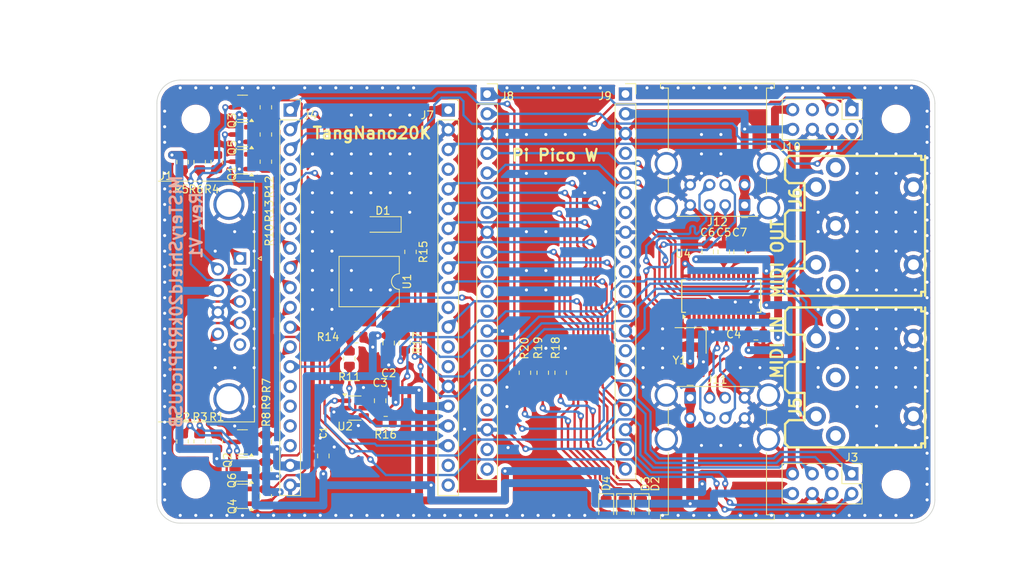
<source format=kicad_pcb>
(kicad_pcb (version 20240108) (generator "pcbnew") (generator_version "8.0")
  (title_block (title "MiSTeryShield20kRPiPicoUSB") (date "2025-01-30") (rev "V1") (company "Michał Späte") (comment 3 "(c) 2025 by Stefan Voss") (comment 4 "MiSTery Pi Pico WLAN Shield for Tang Nano 20K"))
  (layers (0 "F.Cu" signal) (31 "B.Cu" signal) (34 "B.Paste" user) (35 "F.Paste" user) (36 "B.SilkS" user "B.Silkscreen") (37 "F.SilkS" user "F.Silkscreen") (38 "B.Mask" user) (39 "F.Mask" user) (44 "Edge.Cuts" user))
  (net 0 "")
  (net 1 "/UP")
  (net 2 "/DOWN")
  (net 3 "/LEFT")
  (net 4 "/RIGHT")
  (net 5 "/BTN1")
  (net 6 "/BTN2")
  (net 8 "Net-(D1-K)")
  (net 9 "GND")
  (net 10 "+5V")
  (net 11 "Net-(D1-A)")
  (net 12 "P73")
  (net 13 "MIDI_RX")
  (net 14 "+3.3V")
  (net 15 "P74")
  (net 16 "/IO_BTN1")
  (net 17 "/IO_DOWN")
  (net 18 "/IO_UP")
  (net 19 "/IO_RIGHT")
  (net 20 "/IO_LEFT")
  (net 21 "/IO_BTN2")
  (net 22 "MIDI_TX")
  (net 23 "P77")
  (net 24 "P31")
  (net 25 "P49")
  (net 26 "/Pi_Pico_USB_Hub/PI_UART_RX")
  (net 34 "Net-(U2-Pad3)")
  (net 38 "Net-(U4-XI)")
  (net 39 "Net-(U4-XO)")
  (net 41 "Net-(D2-K)")
  (net 42 "Net-(D3-K)")
  (net 43 "Net-(D4-K)")
  (net 44 "/Pi_Pico_USB_Hub/UP_D+")
  (net 45 "/Pi_Pico_USB_Hub/MISO")
  (net 46 "/Pi_Pico_USB_Hub/PI_UART_TX")
  (net 47 "/Pi_Pico_USB_Hub/MOSI")
  (net 48 "/Pi_Pico_USB_Hub/UP_D-")
  (net 49 "/Pi_Pico_USB_Hub/IRQ")
  (net 50 "/Pi_Pico_USB_Hub/SCK")
  (net 51 "/Pi_Pico_USB_Hub/CSN")
  (net 52 "/Pi_Pico_USB_Hub/UART_TX")
  (net 53 "/Pi_Pico_USB_Hub/USB1_D+")
  (net 54 "/Pi_Pico_USB_Hub/USB2_D+")
  (net 55 "/Pi_Pico_USB_Hub/USB2_D-")
  (net 56 "/Pi_Pico_USB_Hub/USB1_D-")
  (net 57 "/Pi_Pico_USB_Hub/USB3_D+")
  (net 58 "/Pi_Pico_USB_Hub/USB4_D-")
  (net 59 "/Pi_Pico_USB_Hub/USB3_D-")
  (net 60 "/Pi_Pico_USB_Hub/USB4_D+")
  (net 65 "Net-(J6-Pad4)")
  (net 67 "Net-(J6-Pad5)")
  (net 68 "P75")
  (net 69 "/Pi_Pico_USB_Hub/RECONFGN")
  (net 71 "Net-(R16-Pad1)")
  (net 72 "Net-(R11-Pad1)")
  (net 73 "Net-(J5-Pad5)")
  (net 74 "/Pi_Pico_USB_Hub/3V3")
  (net 75 "Net-(D2-A)")
  (net 76 "Net-(D3-A)")
  (net 77 "Net-(D4-A)")
  (footprint "Resistor_SMD:R_0805_2012Metric" (layer "F.Cu") (at 96.632 74.4325 -90)
    (property "Reference" "R11")
    (property "Value" "220")
  )
  (footprint "Resistor_SMD:R_0805_2012Metric" (layer "F.Cu") (at 123.792 76.25 90)
    (property "Reference" "R18")
    (property "Value" "560")
  )
  (footprint "Resistor_SMD:R_0805_2012Metric" (layer "F.Cu") (at 85.892 92.15 -90)
    (property "Reference" "R8")
    (property "Value" "10k")
  )
  (footprint "Connector_PinSocket_2.54mm:PinSocket_1x20_P2.54mm_Vertical" (layer "F.Cu") (at 132.122 40.39)
    (property "Reference" "J9")
    (property "Value" "Conn_01x20_Pin")
  )
  (footprint "Capacitor_SMD:C_0805_2012Metric" (layer "F.Cu") (at 142.692 60.7 -90)
    (property "Reference" "C6")
    (property "Value" "100nF")
  )
  (footprint "Package_TO_SOT_SMD:SOT-23" (layer "F.Cu") (at 82.892 92.15 180)
    (property "Reference" "Q4")
    (property "Value" "2N7002")
  )
  (footprint "Resistor_SMD:R_0805_2012Metric" (layer "F.Cu") (at 104.492 60.7 90)
    (property "Reference" "R15")
    (property "Value" "220")
  )
  (footprint "Connector_PinHeader_2.54mm:PinHeader_2x04_P2.54mm_Vertical" (layer "F.Cu") (at 161.232 42.4 -90)
    (property "Reference" "J10")
    (property "Value" "Conn_02x04_Pin" (hide yes))
  )
  (footprint "MountingHole:MountingHole_3.2mm_M3" (layer "F.Cu") (at 166.892 90.6)
    (property "Reference" "H3" (hide yes))
    (property "Value" "MountingHole" (hide yes))
  )
  (footprint "Crystal:Crystal_SMD_3225-4Pin_3.2x2.5mm" (layer "F.Cu") (at 140.492 72.1 180)
    (property "Reference" "Y1")
    (property "Value" "Crystal_GND24")
  )
  (footprint "Resistor_SMD:R_0805_2012Metric" (layer "F.Cu") (at 85.9045 45.6 -90)
    (property "Reference" "R13")
    (property "Value" "10k")
  )
  (footprint "Capacitor_SMD:C_0805_2012Metric" (layer "F.Cu") (at 144.7595 60.7 -90)
    (property "Reference" "C5")
    (property "Value" "10uF")
  )
  (footprint "LED_SMD:LED_0805_2012Metric" (layer "F.Cu") (at 131.952 93.5 -90)
    (property "Reference" "D3")
    (property "Value" "green")
  )
  (footprint "Capacitor_SMD:C_0805_2012Metric" (layer "F.Cu") (at 146.792 60.7 -90)
    (property "Reference" "C7")
    (property "Value" "1uF")
  )
  (footprint "Resistor_SMD:R_0805_2012Metric" (layer "F.Cu") (at 97.532 71.67)
    (property "Reference" "R14")
    (property "Value" "10k")
  )
  (footprint "Resistor_SMD:R_0805_2012Metric" (layer "F.Cu") (at 85.892 88.65 -90)
    (property "Reference" "R9")
    (property "Value" "10k")
  )
  (footprint "Capacitor_SMD:C_0805_2012Metric" (layer "F.Cu") (at 101.682 72.42 90)
    (property "Reference" "C2")
    (property "Value" "100nF")
  )
  (footprint "LED_SMD:LED_0805_2012Metric" (layer "F.Cu") (at 134.192 93.5 -90)
    (property "Reference" "D2")
    (property "Value" "green")
  )
  (footprint "Connector_Dsub:DSUB-9_Male_Horizontal_P2.77x2.84mm_EdgePinOffset7.70mm_Housed_MountingHolesOffset9.12mm" (layer "F.Cu") (at 82.572331 61.55 -90)
    (property "Reference" "J1")
    (property "Value" "Joystick")
  )
  (footprint "Capacitor_SMD:C_0805_2012Metric" (layer "F.Cu") (at 93.292 86.95 -90)
    (property "Reference" "C1")
    (property "Value" "100nF")
  )
  (footprint "Connector_PinHeader_2.54mm:PinHeader_2x04_P2.54mm_Vertical" (layer "F.Cu") (at 161.212 89.25 -90)
    (property "Reference" "J3")
    (property "Value" "Conn_02x04_Pin")
  )
  (footprint "Resistor_SMD:R_0805_2012Metric" (layer "F.Cu") (at 85.9045 49.1 -90)
    (property "Reference" "R10")
    (property "Value" "10k")
  )
  (footprint "MountingHole:MountingHole_3.2mm_M3" (layer "F.Cu") (at 166.892 43.6)
    (property "Reference" "H2" (hide yes))
    (property "Value" "MountingHole" (hide yes))
  )
  (footprint "Connector_PinSocket_2.54mm:PinSocket_1x20_P2.54mm_Vertical" (layer "F.Cu") (at 89.022 42.45)
    (property "Reference" "J4")
    (property "Value" "Conn_01x20_Pin" (hide yes))
  )
  (footprint "Resistor_SMD:R_0805_2012Metric" (layer "F.Cu") (at 79.592 85.1 -90)
    (property "Reference" "R1")
    (property "Value" "10k")
  )
  (footprint "Package_DIP:SMDIP-6_W9.53mm" (layer "F.Cu") (at 99.182 64.52 -90)
    (property "Reference" "U1")
    (property "Value" "H11L1S")
  )
  (footprint "Resistor_SMD:R_0805_2012Metric" (layer "F.Cu") (at 85.892 85.15 -90)
    (property "Reference" "R7")
    (property "Value" "10k")
  )
  (footprint "Resistor_SMD:R_0805_2012Metric" (layer "F.Cu") (at 103.732 72.42 90)
    (property "Reference" "R17")
    (property "Value" "47")
  )
  (footprint "Package_TO_SOT_SMD:SOT-23" (layer "F.Cu") (at 82.892 88.65 180)
    (property "Reference" "Q6")
    (property "Value" "2N7002")
  )
  (footprint "MiSTeryShield20kRPiPico:DIN-5_180degree" (layer "F.Cu") (at 162.142 76.85 90)
    (property "Reference" "J5")
    (property "Value" "MIDI IN")
  )
  (footprint "Resistor_SMD:R_0805_2012Metric" (layer "F.Cu") (at 77.392 85.1 -90)
    (property "Reference" "R3")
    (property "Value" "10k")
  )
  (footprint "Package_TO_SOT_SMD:SOT-23" (layer "F.Cu") (at 82.892 85.15 180)
    (property "Reference" "Q2")
    (property "Value" "2N7002")
  )
  (footprint "Resistor_SMD:R_0805_2012Metric" (layer "F.Cu") (at 77.392 49.15 90)
    (property "Reference" "R6")
    (property "Value" "10k")
  )
  (footprint "Connector_PinSocket_2.54mm:PinSocket_1x20_P2.54mm_Vertical" (layer "F.Cu") (at 114.341 40.4)
    (property "Reference" "J8")
    (property "Value" "Conn_01x20_Pin")
  )
  (footprint "Resistor_SMD:R_0805_2012Metric" (layer "F.Cu") (at 119.202 76.25 90)
    (property "Reference" "R20")
    (property "Value" "560")
  )
  (footprint "Diode_SMD:D_SOD-123" (layer "F.Cu") (at 100.932 57.17 180)
    (property "Reference" "D1")
    (property "Value" "1N4148W")
  )
  (footprint "Package_TO_SOT_SMD:SOT-23" (layer "F.Cu") (at 82.9045 45.6 180)
    (property "Reference" "Q5")
    (property "Value" "2N7002")
  )
  (footprint "LED_SMD:LED_0805_2012Metric" (layer "F.Cu") (at 129.642 93.5 -90)
    (property "Reference" "D4")
    (property "Value" "green")
  )
  (footprint "Resistor_SMD:R_0805_2012Metric" (layer "F.Cu") (at 101.3045 82.6)
    (property "Reference" "R16")
    (property "Value" "47")
  )
  (footprint "Package_TO_SOT_SMD:SOT-23" (layer "F.Cu") (at 82.9045 49.1 180)
    (property "Reference" "Q1")
    (property "Value" "2N7002")
  )
  (footprint "Capacitor_SMD:C_0805_2012Metric" (layer "F.Cu") (at 148.892 71.3 180)
    (property "Reference" "C4")
    (property "Value" "1uF")
  )
  (footprint "Connector_PinSocket_2.54mm:PinSocket_1x20_P2.54mm_Vertical" (layer "F.Cu") (at 109.342 42.45)
    (property "Reference" "J7")
    (property "Value" "Conn_01x20_Pin")
  )
  (footprint "MiSTeryShield20kRPiPico:DIN-5_180degree" (layer "F.Cu") (at 162.142 57.35 90)
    (property "Reference" "J6")
    (property "Value" "MIDI OUT")
  )
  (footprint "MiSTeryShield20kRPiPico:USB_A_Wuerth_61400826021_Horizontal_Stacked" (layer "F.Cu") (at 147.442 54.68 180)
    (property "Reference" "J12")
    (property "Value" "USB_A_Stacked" (hide yes))
  )
  (footprint "Capacitor_SMD:C_0805_2012Metric" (layer "F.Cu") (at 100.592 79.85 -90)
    (property "Reference" "C3")
    (property "Value" "100nF")
  )
  (footprint "Package_TO_SOT_SMD:SOT-23" (layer "F.Cu") (at 82.9045 42.1 180)
    (property "Reference" "Q3")
    (property "Value" "2N7002")
  )
  (footprint "MountingHole:MountingHole_3.2mm_M3" (layer "F.Cu") (at 76.892 43.6)
    (property "Reference" "H1" (hide yes))
    (property "Value" "MountingHole" (hide yes))
  )
  (footprint "Resistor_SMD:R_0805_2012Metric" (layer "F.Cu") (at 75.192 49.15 90)
    (property "Reference" "R5")
    (property "Value" "10k")
  )
  (footprint "Resistor_SMD:R_0805_2012Metric" (layer "F.Cu") (at 75.192 85.1 -90)
    (property "Reference" "R2")
    (property "Value" "10k")
  )
  (footprint "Resistor_SMD:R_0805_2012Metric" (layer "F.Cu") (at 85.9045 42.1 -90)
    (property "Reference" "R12")
    (property "Value" "10k")
  )
  (footprint "Resistor_SMD:R_0805_2012Metric" (layer "F.Cu") (at 79.592 49.15 90)
    (property "Reference" "R4")
    (property "Value" "10k")
  )
  (footprint "MountingHole:MountingHole_3.2mm_M3" (layer "F.Cu") (at 76.892 90.6)
    (property "Reference" "H4" (hide yes))
    (property "Value" "MountingHole" (hide yes))
  )
  (footprint "Resistor_SMD:R_0805_2012Metric" (layer "F.Cu") (at 121.492 76.25 90)
    (property "Reference" "R19")
    (property "Value" "560")
  )
  (footprint "MiSTeryShield20kRPiPico:USB_A_Wuerth_61400826021_Horizontal_Stacked" (layer "F.Cu") (at 140.442 79.47)
    (property "Reference" "J11")
    (property "Value" "USB_A_Stacked" (hide yes))
  )
  (footprint "Package_SO:SSOP-28_3.9x9.9mm_P0.635mm" (layer "F.Cu") (at 144.442 66.4 90)
    (property "Reference" "U4")
    (property "Value" "CH334U")
  )
  (footprint "Package_TO_SOT_SMD:SOT-23-6" (layer "F.Cu") (at 97.342 80.8)
    (property "Reference" "U2")
    (property "Value" "74LVC2G14")
  )
  (gr_arc (start 168.892 38.6) (mid 171.01332 39.47868) (end 171.892 41.6) (stroke (width 0.1)) (layer "Edge.Cuts"))
  (gr_line (start 168.892 38.6) (end 74.892 38.6) (stroke (width 0.1)) (layer "Edge.Cuts"))
  (gr_line (start 171.892 92.6) (end 171.892 41.6) (stroke (width 0.1)) (layer "Edge.Cuts"))
  (gr_line (start 74.892 95.6) (end 168.892 95.6) (stroke (width 0.1)) (layer "Edge.Cuts"))
  (gr_arc (start 74.892 95.6) (mid 72.77068 94.72132) (end 71.892 92.6) (stroke (width 0.1)) (layer "Edge.Cuts"))
  (gr_line (start 71.892 41.6) (end 71.892 92.6) (stroke (width 0.1)) (layer "Edge.Cuts"))
  (gr_arc (start 71.892 41.6) (mid 72.77068 39.47868) (end 74.892 38.6) (stroke (width 0.1)) (layer "Edge.Cuts"))
  (gr_arc (start 171.892 92.6) (mid 171.01332 94.72132) (end 168.892 95.6) (stroke (width 0.1)) (layer "Edge.Cuts"))
  (gr_text "MiSTeryShield20kRPiPicoUSB\n" (at 75.242 67.1 90) (layer "B.SilkS") (effects (font (size 1.5 1.5) (thickness 0.3) (bold yes)) (justify bottom mirror)))
  (gr_text "Rev. V1" (at 77.832 57.3 90) (layer "B.SilkS") (effects (font (size 1.5 1.5) (thickness 0.3) (bold yes)) (justify bottom mirror)))
  (gr_text "TangNano20K" (at 91.742 46.3 0) (layer "F.SilkS") (effects (font (size 1.5 1.5) (thickness 0.3) (bold yes)) (justify left bottom)))
  (gr_text "Pi Pico W" (at 117.342 49.15 0) (layer "F.SilkS") (effects (font (size 1.5 1.5) (thickness 0.3) (bold yes)) (justify left bottom)))
  (segment (start 81.967 49.1) (end 80.5545 49.1) (width 0.3) (layer "F.Cu") (net 1))
  (segment (start 78.442 57.419669) (end 78.442 51.2125) (width 0.3) (layer "F.Cu") (net 1))
  (segment (start 80.5545 49.1) (end 79.592 50.0625) (width 0.3) (layer "F.Cu") (net 1))
  (segment (start 78.442 51.2125) (end 79.592 50.0625) (width 0.3) (layer "F.Cu") (net 1))
  (segment (start 82.572331 61.55) (end 78.442 57.419669) (width 0.3) (layer "F.Cu") (net 1))
  (segment (start 75.192 50.55) (end 75.192 50.0625) (width 0.3) (layer "F.Cu") (net 2))
  (segment (start 81.967 42.1) (end 80.692 42.1) (width 0.3) (layer "F.Cu") (net 2))
  (segment (start 76.242 51.6) (end 75.192 50.55) (width 0.3) (layer "F.Cu") (net 2))
  (via (at 76.242 51.6) (size 0.8) (drill 0.4) (layers "F.Cu" "B.Cu") (net 2))
  (via (at 80.692 42.1) (size 0.8) (drill 0.4) (layers "F.Cu" "B.Cu") (net 2))
  (segment (start 79.892 49.2) (end 79.892 45.289339) (width 0.3) (layer "B.Cu") (net 2))
  (segment (start 76.988446 49.95) (end 79.142 49.95) (width 0.3) (layer "B.Cu") (net 2))
  (segment (start 76.242 50.696446) (end 76.988446 49.95) (width 0.3) (layer "B.Cu") (net 2))
  (segment (start 78.312 64.32) (end 82.572331 64.32) (width 0.3) (layer "B.Cu") (net 2))
  (segment (start 80.331339 44.85) (end 80.342 44.85) (width 0.3) (layer "B.Cu") (net 2))
  (segment (start 80.342 44.85) (end 80.692 44.5) (width 0.3) (layer "B.Cu") (net 2))
  (segment (start 76.242 51.6) (end 76.242 50.696446) (width 0.3) (layer "B.Cu") (net 2))
  (segment (start 79.892 45.289339) (end 80.331339 44.85) (width 0.3) (layer "B.Cu") (net 2))
  (segment (start 79.142 49.95) (end 79.892 49.2) (width 0.3) (layer "B.Cu") (net 2))
  (segment (start 80.692 44.5) (end 80.692 42.1) (width 0.3) (layer "B.Cu") (net 2))
  (segment (start 76.242 51.6) (end 76.242 62.25) (width 0.3) (layer "B.Cu") (net 2))
  (segment (start 76.242 62.25) (end 78.312 64.32) (width 0.3) (layer "B.Cu") (net 2))
  (segment (start 80.867 87.925) (end 80.867 91.0625) (width 0.3) (layer "F.Cu") (net 3))
  (segment (start 76.142 83.05) (end 76.142 69.4) (width 0.3) (layer "F.Cu") (net 3))
  (segment (start 76.142 83.05) (end 75.192 84) (width 0.3) (layer "F.Cu") (net 3))
  (segment (start 80.867 91.0625) (end 81.9545 92.15) (width 0.3) (layer "F.Cu") (net 3))
  (segment (start 81.192 87.6) (end 80.867 87.925) (width 0.3) (layer "F.Cu") (net 3))
  (segment (start 78.452 67.09) (end 82.572331 67.09) (width 0.3) (layer "F.Cu") (net 3))
  (segment (start 81.192 86.3) (end 81.192 87.6) (width 0.3) (layer "F.Cu") (net 3))
  (segment (start 76.142 69.4) (end 78.452 67.09) (width 0.3) (layer "F.Cu") (net 3))
  (via (at 76.142 83.05) (size 0.8) (drill 0.4) (layers "F.Cu" "B.Cu") (net 3))
  (via (at 81.192 86.3) (size 0.8) (drill 0.4) (layers "F.Cu" "B.Cu") (net 3))
  (segment (start 77.392 84.3) (end 76.142 83.05) (width 0.3) (layer "B.Cu") (net 3))
  (segment (start 81.192 86.3) (end 81.192 85.5) (width 0.3) (layer "B.Cu") (net 3))
  (segment (start 79.992 84.3) (end 77.392 84.3) (width 0.3) (layer "B.Cu") (net 3))
  (segment (start 81.192 85.5) (end 79.992 84.3) (width 0.3) (layer "B.Cu") (net 3))
  (segment (start 82.192003 87.649997) (end 81.9545 87.8875) (width 0.3) (layer "F.Cu") (net 4))
  (segment (start 78.732 69.86) (end 77.392 71.2) (width 0.3) (layer "F.Cu") (net 4))
  (segment (start 77.392 71.2) (end 77.392 83.05) (width 0.3) (layer "F.Cu") (net 4))
  (segment (start 81.9545 87.8875) (end 81.9545 88.65) (width 0.3) (layer "F.Cu") (net 4))
  (segment (start 77.392 83.05) (end 77.392 84.1875) (width 0.3) (layer "F.Cu") (net 4))
  (segment (start 82.572331 69.86) (end 78.732 69.86) (width 0.3) (layer "F.Cu") (net 4))
  (segment (start 82.192003 86.3) (end 82.192003 87.649997) (width 0.3) (layer "F.Cu") (net 4))
  (via (at 82.192003 86.3) (size 0.8) (drill 0.4) (layers "F.Cu" "B.Cu") (net 4))
  (via (at 77.392 83.05) (size 0.8) (drill 0.4) (layers "F.Cu" "B.Cu") (net 4))
  (segment (start 80.192 83.7) (end 82.192003 85.700003) (width 0.3) (layer "B.Cu") (net 4))
  (segment (start 78.042 83.7) (end 80.192 83.7) (width 0.3) (layer "B.Cu") (net 4))
  (segment (start 82.192003 85.700003) (end 82.192003 86.3) (width 0.3) (layer "B.Cu") (net 4))
  (segment (start 77.392 83.05) (end 78.042 83.7) (width 0.3) (layer "B.Cu") (net 4))
  (segment (start 81.967 45.6) (end 80.642 45.6) (width 0.3) (layer "F.Cu") (net 5))
  (segment (start 77.392 51.6) (end 77.392 50.0625) (width 0.3) (layer "F.Cu") (net 5))
  (via (at 77.392 51.6) (size 0.8) (drill 0.4) (layers "F.Cu" "B.Cu") (net 5))
  (via (at 80.642 45.6) (size 0.8) (drill 0.4) (layers "F.Cu" "B.Cu") (net 5))
  (segment (start 79.732331 62.935) (end 77.392 60.594669) (width 0.3) (layer "B.Cu") (net 5))
  (segment (start 80.642 45.6) (end 80.642 49.45) (width 0.3) (layer "B.Cu") (net 5))
  (segment (start 77.392 50.95) (end 77.392 51.6) (width 0.3) (layer "B.Cu") (net 5))
  (segment (start 80.642 49.45) (end 79.542 50.55) (width 0.3) (layer "B.Cu") (net 5))
  (segment (start 77.792 50.55) (end 77.392 50.95) (width 0.3) (layer "B.Cu") (net 5))
  (segment (start 77.392 60.594669) (end 77.392 51.6) (width 0.3) (layer "B.Cu") (net 5))
  (segment (start 79.542 50.55) (end 77.792 50.55) (width 0.3) (layer "B.Cu") (net 5))
  (segment (start 79.732331 71.245) (end 78.342 72.635331) (width 0.3) (layer "F.Cu") (net 6))
  (segment (start 81.9545 85.15) (end 80.5545 85.15) (width 0.3) (layer "F.Cu") (net 6))
  (segment (start 78.342 82.9375) (end 79.592 84.1875) (width 0.3) (layer "F.Cu") (net 6))
  (segment (start 80.5545 85.15) (end 79.592 84.1875) (width 0.3) (layer "F.Cu") (net 6))
  (segment (start 78.342 72.635331) (end 78.342 82.9375) (width 0.3) (layer "F.Cu") (net 6))
  (segment (start 101.722 59.755) (end 101.722 58.03) (width 0.3) (layer "F.Cu") (net 8))
  (segment (start 104.492 59.7875) (end 101.7545 59.7875) (width 0.3) (layer "F.Cu") (net 8))
  (segment (start 101.722 58.03) (end 102.582 57.17) (width 0.3) (layer "F.Cu") (net 8))
  (segment (start 111.522 83.58) (end 111.442 83.5) (width 0.25) (layer "F.Cu") (net 9))
  (segment (start 99.182 65.81) (end 99.392 65.6) (width 0.508) (layer "F.Cu") (net 9))
  (segment (start 117.032 85.88) (end 116.641 85.88) (width 0.25) (layer "F.Cu") (net 9))
  (segment (start 99.182 69.285) (end 99.182 65.81) (width 0.508) (layer "F.Cu") (net 9))
  (segment (start 140.3145 69.7275) (end 139.392 70.65) (width 0.3) (layer "F.Cu") (net 9))
  (segment (start 147.2995 68.2075) (end 146.242 67.15) (width 0.3) (layer "F.Cu") (net 9))
  (segment (start 96.2045 80.8) (end 95.142 80.8) (width 0.3) (layer "F.Cu") (net 9))
  (segment (start 94.492 86) (end 94.692 85.8) (width 0.3) (layer "F.Cu") (net 9))
  (segment (start 139.392 70.65) (end 139.392 71.25) (width 0.3) (layer "F.Cu") (net 9))
  (segment (start 93.292 86) (end 94.492 86) (width 0.3) (layer "F.Cu") (net 9))
  (segment (start 93.292 85.05) (end 92.892 84.65) (width 0.3) (layer "F.Cu") (net 9))
  (segment (start 116.641 85.88) (end 114.341 83.58) (width 0.25) (layer "F.Cu") (net 9))
  (segment (start 114.341 83.58) (end 111.522 83.58) (width 0.25) (layer "F.Cu") (net 9))
  (segment (start 140.3145 69) (end 140.3145 69.7275) (width 0.3) (layer "F.Cu") (net 9))
  (segment (start 147.2995 69) (end 147.2995 68.2075) (width 0.3) (layer "F.Cu") (net 9))
  (segment (start 93.292 86) (end 93.292 85.05) (width 0.3) (layer "F.Cu") (net 9))
  (segment (start 95.142 80.8) (end 94.642 81.3) (width 0.3) (layer "F.Cu") (net 9))
  (segment (start 101.682 75.24) (end 101.692 75.25) (width 0.3) (layer "F.Cu") (net 9))
  (segment (start 101.682 73.37) (end 101.682 75.24) (width 0.3) (layer "F.Cu") (net 9))
  (segment (start 140.3145 62.7225) (end 139.792 62.2) (width 0.3) (layer "F.Cu") (net 9))
  (segment (start 140.3145 63.8) (end 140.3145 62.7225) (width 0.3) (layer "F.Cu") (net 9))
  (via (at 170.892 88.6) (size 0.8) (drill 0.4) (layers "F.Cu" "B.Cu") (net 9))
  (via (at 74.892 94.6) (size 0.8) (drill 0.4) (layers "F.Cu" "B.Cu") (net 9))
  (via (at 161.892 50.6) (size 0.8) (drill 0.4) (layers "F.Cu" "B.Cu") (net 9))
  (via (at 164.392 75.6) (size 0.8) (drill 0.4) (layers "F.Cu" "B.Cu") (net 9))
  (via (at 166.892 55.6) (size 0.8) (drill 0.4) (layers "F.Cu" "B.Cu") (net 9))
  (via (at 91.892 55.6) (size 0.8) (drill 0.4) (layers "F.Cu" "B.Cu") (net 9))
  (via (at 166.892 58.1) (size 0.8) (drill 0.4) (layers "F.Cu" "B.Cu") (net 9))
  (via (at 164.392 60.6) (size 0.8) (drill 0.4) (layers "F.Cu" "B.Cu") (net 9))
  (via (at 82.892 39.6) (size 0.8) (drill 0.4) (layers "F.Cu" "B.Cu") (net 9))
  (via (at 84.892 39.6) (size 0.8) (drill 0.4) (layers "F.Cu" "B.Cu") (net 9))
  (via (at 72.892 92.6) (size 0.8) (drill 0.4) (layers "F.Cu" "B.Cu") (net 9))
  (via (at 72.892 82.6) (size 0.8) (drill 0.4) (layers "F.Cu" "B.Cu") (net 9))
  (via (at 166.892 78.1) (size 0.8) (drill 0.4) (layers "F.Cu" "B.Cu") (net 9))
  (via (at 72.892 84.6) (size 0.8) (drill 0.4) (layers "F.Cu" "B.Cu") (net 9))
  (via (at 99.392 43.1) (size 0.8) (drill 0.4) (layers "F.Cu" "B.Cu") (net 9))
  (via (at 156.892 65.6) (size 0.8) (drill 0.4) (layers "F.Cu" "B.Cu") (net 9))
  (via (at 99.392 50.6) (size 0.8) (drill 0.4) (layers "F.Cu" "B.Cu") (net 9))
  (via (at 164.392 53.1) (size 0.8) (drill 0.4) (layers "F.Cu" "B.Cu") (net 9))
  (via (at 136.892 75.6) (size 0.8) (drill 0.4) (layers "F.Cu" "B.Cu") (net 9))
  (via (at 161.892 63.1) (size 0.8) (drill 0.4) (layers "F.Cu" "B.Cu") (net 9))
  (via (at 141.892 45.6) (size 0.8) (drill 0.4) (layers "F.Cu" "B.Cu") (net 9))
  (via (at 144.392 50.6) (size 0.8) (drill 0.4) (layers "F.Cu" "B.Cu") (net 9))
  (via (at 72.892 50.6) (size 0.8) (drill 0.4) (layers "F.Cu" "B.Cu") (net 9))
  (via (at 134.892 39.6) (size 0.8) (drill 0.4) (layers "F.Cu" "B.Cu") (net 9))
  (via (at 168.892 94.6) (size 0.8) (drill 0.4) (layers "F.Cu" "B.Cu") (net 9))
  (via (at 160.892 39.6) (size 0.8) (drill 0.4) (layers "F.Cu" "B.Cu") (net 9))
  (via (at 72.892 52.6) (size 0.8) (drill 0.4) (layers "F.Cu" "B.Cu") (net 9))
  (via (at 161.892 58.1) (size 0.8) (drill 0.4) (layers "F.Cu" "B.Cu") (net 9))
  (via (at 170.892 68.6) (size 0.8) (drill 0.4) (layers "F.Cu" "B.Cu") (net 9))
  (via (at 91.892 60.6) (size 0.8) (drill 0.4) (layers "F.Cu" "B.Cu") (net 9))
  (via (at 94.892 94.6) (size 0.8) (drill 0.4) (layers "F.Cu" "B.Cu") (net 9))
  (via (at 72.892 70.6) (size 0.8) (drill 0.4) (layers "F.Cu" "B.Cu") (net 9))
  (via (at 168.892 39.6) (size 0.8) (drill 0.4) (layers "F.Cu" "B.Cu") (net 9))
  (via (at 116.892 45.6) (size 0.8) (drill 0.4) (layers "F.Cu" "B.Cu") (net 9))
  (via (at 148.892 39.6) (size 0.8) (drill 0.4) (layers "F.Cu" "B.Cu") (net 9))
  (via (at 94.392 53.1) (size 0.8) (drill 0.4) (layers "F.Cu" "B.Cu") (net 9))
  (via (at 104.392 48.1) (size 0.8) (drill 0.4) (layers "F.Cu" "B.Cu") (net 9))
  (via (at 84.392 58.1) (size 0.8) (drill 0.4) (layers "F.Cu" "B.Cu") (net 9))
  (via (at 72.892 54.6) (size 0.8) (drill 0.4) (layers "F.Cu" "B.Cu") (net 9))
  (via (at 91.892 53.1) (size 0.8) (drill 0.4) (layers "F.Cu" "B.Cu") (net 9))
  (via (at 72.892 60.6) (size 0.8) (drill 0.4) (layers "F.Cu" "B.Cu") (net 9))
  (via (at 119.392 58.1) (size 0.8) (drill 0.4) (layers "F.Cu" "B.Cu") (net 9))
  (via (at 169.392 58.1) (size 0.8) (drill 0.4) (layers "F.Cu" "B.Cu") (net 9))
  (via (at 166.892 48.1) (size 0.8) (drill 0.4) (layers "F.Cu" "B.Cu") (net 9))
  (via (at 76.892 39.6) (size 0.8) (drill 0.4) (layers "F.Cu" "B.Cu") (net 9))
  (via (at 144.892 39.6) (size 0.8) (drill 0.4) (layers "F.Cu" "B.Cu") (net 9))
  (via (at 161.892 55.6) (size 0.8) (drill 0.4) (layers "F.Cu" "B.Cu") (net 9))
  (via (at 164.392 68.1) (size 0.8) (drill 0.4) (layers "F.Cu" "B.Cu") (net 9))
  (via (at 144.392 48.1) (size 0.8) (drill 0.4) (layers "F.Cu" "B.Cu") (net 9))
  (via (at 94.392 48.1) (size 0.8) (drill 0.4) (layers "F.Cu" "B.Cu") (net 9))
  (via (at 112.892 94.6) (size 0.8) (drill 0.4) (layers "F.Cu" "B.Cu") (net 9))
  (via (at 72.892 64.6) (size 0.8) (drill 0.4) (layers "F.Cu" "B.Cu") (net 9))
  (via (at 121.892 58.1) (size 0.8) (drill 0.4) (layers "F.Cu" "B.Cu") (net 9))
  (via (at 80.892 94.6) (size 0.8) (drill 0.4) (layers "F.Cu" "B.Cu") (net 9))
  (via (at 104.892 39.6) (size 0.8) (drill 0.4) (layers "F.Cu" "B.Cu") (net 9))
  (via (at 156.892 68.1) (size 0.8) (drill 0.4) (layers "F.Cu" "B.Cu") (net 9))
  (via (at 139.792 62.2) (size 0.8) (drill 0.4) (layers "F.Cu" "B.Cu") (net 9))
  (via (at 121.892 50.6) (size 0.8) (drill 0.4) (layers "F.Cu" "B.Cu") (net 9))
  (via (at 96.892 55.6) (size 0.8) (drill 0.4) (layers "F.Cu" "B.Cu") (net 9))
  (via (at 101.892 53.1) (size 0.8) (drill 0.4) (layers "F.Cu" "B.Cu") (net 9))
  (via (at 166.892 50.6) (size 0.8) (drill 0.4) (layers "F.Cu" "B.Cu") (net 9))
  (via (at 140.892 39.6) (size 0.8) (drill 0.4) (layers "F.Cu" "B.Cu") (net 9))
  (via (at 118.892 94.6) (size 0.8) (drill 0.4) (layers "F.Cu" "B.Cu") (net 9))
  (via (at 164.392 65.6) (size 0.8) (drill 0.4) (layers "F.Cu" "B.Cu") (net 9))
  (via (at 156.892 78.1) (size 0.8) (drill 0.4) (layers "F.Cu" "B.Cu") (net 9))
  (via (at 78.892 39.6) (size 0.8) (drill 0.4) (layers "F.Cu" "B.Cu") (net 9))
  (via (at 92.892 84.65) (size 0.8) (drill 0.4) (layers "F.Cu" "B.Cu") (net 9))
  (via (at 116.892 80.6) (size 0.8) (drill 0.4) (layers "F.Cu" "B.Cu") (net 9))
  (via (at 104.392 53.1) (size 0.8) (drill 0.4) (layers "F.Cu" "B.Cu") (net 9))
  (via (at 119.392 63.1) (size 0.8) (drill 0.4) (layers "F.Cu" "B.Cu") (net 9))
  (via (at 156.892 39.6) (size 0.8) (drill 0.4) (layers "F.Cu" "B.Cu") (net 9))
  (via (at 164.392 80.6) (size 0.8) (drill 0.4) (layers "F.Cu" "B.Cu") (net 9))
  (via (at 164.392 50.6) (size 0.8) (drill 0.4) (layers "F.Cu" "B.Cu") (net 9))
  (via (at 98.892 94.6) (size 0.8) (drill 0.4) (layers "F.Cu" "B.Cu") (net 9))
  (via (at 90.892 39.6) (size 0.8) (drill 0.4) (layers "F.Cu" "B.Cu") (net 9))
  (via (at 72.892 42.6) (size 0.8) (drill 0.4) (layers "F.Cu" "B.Cu") (net 9))
  (via (at 164.392 55.6) (size 0.8) (drill 0.4) (layers "F.Cu" "B.Cu") (net 9))
  (via (at 164.892 39.6) (size 0.8) (drill 0.4) (layers "F.Cu" "B.Cu") (net 9))
  (via (at 94.642 81.3) (size 0.8) (drill 0.4) (layers "F.Cu" "B.Cu") (net 9))
  (via (at 161.892 65.6) (size 0.8) (drill 0.4) (layers "F.Cu" "B.Cu") (net 9))
  (via (at 129.392 53.1) (size 0.8) (drill 0.4) (layers "F.Cu" "B.Cu") (net 9))
  (via (at 164.392 83.1) (size 0.8) (drill 0.4) (layers "F.Cu" "B.Cu") (net 9))
  (via (at 158.892 39.6) (size 0.8) (drill 0.4) (layers "F.Cu" "B.Cu") (net 9))
  (via (at 96.892 65.6) (size 0.8) (drill 0.4) (layers "F.Cu" "B.Cu") (net 9))
  (via (at 84.392 63.1) (size 0.8) (drill 0.4) (layers "F.Cu" "B.Cu") (net 9))
  (via (at 162.892 39.6) (size 0.8) (drill 0.4) (layers "F.Cu" "B.Cu") (net 9))
  (via (at 114.892 94.6) (size 0.8) (drill 0.4) (layers "F.Cu" "B.Cu") (net 9))
  (via (at 160.892 94.6) (size 0.8) (drill 0.4) (layers "F.Cu" "B.Cu") (net 9))
  (via (at 86.892 39.6) (size 0.8) (drill 0.4) (layers "F.Cu" "B.Cu") (net 9))
  (via (at 142.142 74.85) (size 0.8) (drill 0.4) (layers "F.Cu" "B.Cu") (net 9))
  (via (at 72.892 88.6) (size 0.8) (drill 0.4) (layers "F.Cu" "B.Cu") (net 9))
  (via (at 164.392 78.1) (size 0.8) (drill 0.4) (layers "F.Cu" "B.Cu") (net 9))
  (via (at 124.392 73.1) (size 0.8) (drill 0.4) (layers "F.Cu" "B.Cu") (net 9))
  (via (at 134.392 78.1) (size 0.8) (drill 0.4) (layers "F.Cu" "B.Cu") (net 9))
  (via (at 96.892 43.1) (size 0.8) (drill 0.4) (layers "F.Cu" "B.Cu") (net 9))
  (via (at 170.892 44.6) (size 0.8) (drill 0.4) (layers "F.Cu" "B.Cu") (net 9))
  (via (at 142.892 39.6) (size 0.8) (drill 0.4) (layers "F.Cu" "B.Cu") (net 9))
  (via (at 150.892 39.6) (size 0.8) (drill 0.4) (layers "F.Cu" "B.Cu") (net 9))
  (via (at 166.892 68.1) (size 0.8) (drill 0.4) (layers "F.Cu" "B.Cu") (net 9))
  (via (at 126.892 45.6) (size 0.8) (drill 0.4) (layers "F.Cu" "B.Cu") (net 9))
  (via (at 169.392 75.6) (size 0.8) (drill 0.4) (layers "F.Cu" "B.Cu") (net 9))
  (via (at 164.392 85.6) (size 0.8) (drill 0.4) (layers "F.Cu" "B.Cu") (net 9))
  (via (at 74.892 39.6) (size 0.8) (drill 0.4) (layers "F.Cu" "B.Cu") (net 9))
  (via (at 146.892 94.6) (size 0.8) (drill 0.4) (layers "F.Cu" "B.Cu") (net 9))
  (via (at 169.392 65.6) (size 0.8) (drill 0.4) (layers "F.Cu" "B.Cu") (net 9))
  (via (at 124.892 39.6) (size 0.8) (drill 0.4) (layers "F.Cu" "B.Cu") (net 9))
  (via (at 79.392 73.1) (size 0.8) (drill 0.4) (layers "F.Cu" "B.Cu") (net 9))
  (via (at 170.892 48.6) (size 0.8) (drill 0.4) (layers "F.Cu" "B.Cu") (net 9))
  (via (at 170.892 58.6) (size 0.8) (drill 0.4) (layers "F.Cu" "B.Cu") (net 9))
  (via (at 161.892 78.1) (size 0.8) (drill 0.4) (layers "F.Cu" "B.Cu") (net 9))
  (via (at 100.892 39.6) (size 0.8) (drill 0.4) (layers "F.Cu" "B.Cu") (net 9))
  (via (at 161.892 75.6) (size 0.8) (drill 0.4) (layers "F.Cu" "B.Cu") (net 9))
  (via (at 146.242 67.15) (size 0.8) (drill 0.4) (layers "F.Cu" "B.Cu") (net 9))
  (via (at 148.892 94.6) (size 0.8) (drill 0.4) (layers "F.Cu" "B.Cu") (net 9))
  (via (at 161.892 70.6) (size 0.8) (drill 0.4) (layers "F.Cu" "B.Cu") (net 9))
  (via (at 72.892 72.6) (size 0.8) (drill 0.4) (layers "F.Cu" "B.Cu") (net 9))
  (via (at 170.892 92.6) (size 0.8) (drill 0.4) (layers "F.Cu" "B.Cu") (net 9))
  (via (at 79.392 75.6) (size 0.8) (drill 0.4) (layers "F.Cu" "B.Cu") (net 9))
  (via (at 136.892 39.6) (size 0.8) (drill 0.4) (layers "F.Cu" "B.Cu") (net 9))
  (via (at 126.892 53.1) (size 0.8) (drill 0.4) (layers "F.Cu" "B.Cu") (net 9))
  (via (at 126.892 50.6) (size 0.8) (drill 0.4) (layers "F.Cu" "B.Cu") (net 9))
  (via (at 78.892 94.6) (size 0.8) (drill 0.4) (layers "F.Cu" "B.Cu") (net 9))
  (via (at 120.892 94.6) (size 0.8) (drill 0.4) (layers "F.Cu" "B.Cu") (net 9))
  (via (at 96.892 48.1) (size 0.8) (drill 0.4) (layers "F.Cu" "B.Cu") (net 9))
  (via (at 96.892 53.1) (size 0.8) (drill 0.4) (layers "F.Cu" "B.Cu") (net 9))
  (via (at 154.892 94.6) (size 0.8) (drill 0.4) (layers "F.Cu" "B.Cu") (net 9))
  (via (at 97.792 83.05) (size 0.8) (drill 0.4) (layers "F.Cu" "B.Cu") (net 9))
  (via (at 166.892 60.6) (size 0.8) (drill 0.4) (layers "F.Cu" "B.Cu") (net 9))
  (via (at 84.392 65.6) (size 0.8) (drill 0.4) (layers "F.Cu" "B.Cu") (net 9))
  (via (at 124.892 94.6) (size 0.8) (drill 0.4) (layers "F.Cu" "B.Cu") (net 9))
  (via (at 169.392 68.1) (size 0.8) (drill 0.4) (layers "F.Cu" "B.Cu") (net 9))
  (via (at 170.892 84.6) (size 0.8) (drill 0.4) (layers "F.Cu" "B.Cu") (net 9))
  (via (at 149.392 75.6) (size 0.8) (drill 0.4) (layers "F.Cu" "B.Cu") (net 9))
  (via (at 102.892 94.6) (size 0.8) (drill 0.4) (layers "F.Cu" "B.Cu") (net 9))
  (via (at 94.892 39.6) (size 0.8) (drill 0.4) (layers "F.Cu" "B.Cu") (net 9))
  (via (at 72.892 58.6) (size 0.8) (drill 0.4) (layers "F.Cu" "B.Cu") (net 9))
  (via (at 166.892 94.6) (size 0.8) (drill 0.4) (layers "F.Cu" "B.Cu") (net 9))
  (via (at 98.442 78.15) (size 0.8) (drill 0.4) (layers "F.Cu" "B.Cu") (net 9))
  (via (at 169.392 78.1) (size 0.8) (drill 0.4) (layers "F.Cu" "B.Cu") (net 9))
  (via (at 101.892 48.1) (size 0.8) (drill 0.4) (layers "F.Cu" "B.Cu") (net 9))
  (via (at 142.892 94.6) (size 0.8) (drill 0.4) (layers "F.Cu" "B.Cu") (net 9))
  (via (at 170.892 86.6) (size 0.8) (drill 0.4) (layers "F.Cu" "B.Cu") (net 9))
  (via (at 72.892 62.6) (size 0.8) (drill 0.4) (layers "F.Cu" "B.Cu") (net 9))
  (via (at 156.892 55.6) (size 0.8) (drill 0.4) (layers "F.Cu" "B.Cu") (net 9))
  (via (at 121.892 65.6) (size 0.8) (drill 0.4) (layers "F.Cu" "B.Cu") (net 9))
  (via (at 134.392 75.6) (size 0.8) (drill 0.4) (layers "F.Cu" "B.Cu") (net 9))
  (via (at 170.892 54.6) (size 0.8) (drill 0.4) (layers "F.Cu" "B.Cu") (net 9))
  (via (at 96.892 50.6) (size 0.8) (drill 0.4) (layers "F.Cu" "B.Cu") (net 9))
  (via (at 138.892 39.6) (size 0.8) (drill 0.4) (layers "F.Cu" "B.Cu") (net 9))
  (via (at 92.892 94.6) (size 0.8) (drill 0.4) (layers "F.Cu" "B.Cu") (net 9))
  (via (at 154.892 39.6) (size 0.8) (drill 0.4) (layers "F.Cu" "B.Cu") (net 9))
  (via (at 72.892 68.6) (size 0.8) (drill 0.4) (layers "F.Cu" "B.Cu") (net 9))
  (via (at 121.892 63.1) (size 0.8) (drill 0.4) (layers "F.Cu" "B.Cu") (net 9))
  (via (at 90.892 94.6) (size 0.8) (drill 0.4) (layers "F.Cu" "B.Cu") (net 9))
  (via (at 94.392 63.1) (size 0.8) (drill 0.4) (layers "F.Cu" "B.Cu") (net 9))
  (via (at 166.892 39.6) (size 0.8) (drill 0.4) (layers "F.Cu" "B.Cu") (net 9))
  (via (at 170.892 90.6) (size 0.8) (drill 0.4) (layers "F.Cu" "B.Cu") (net 9))
  (via (at 91.892 68.1) (size 0.8) (drill 0.4) (layers "F.Cu" "B.Cu") (net 9))
  (via (at 84.392 80.6) (size 0.8) (drill 0.4) (layers "F.Cu" "B.Cu") (net 9))
  (via (at 84.392 53.1) (size 0.8) (drill 0.4) (layers "F.Cu" "B.Cu") (net 9))
  (via (at 144.392 85.6) (size 0.8) (drill 0.4) (layers "F.Cu" "B.Cu") (net 9))
  (via (at 96.892 63.1) (size 0.8) (drill 0.4) (layers "F.Cu" "B.Cu") (net 9))
  (via (at 166.892 70.6) (size 0.8) (drill 0.4) (layers "F.Cu" "B.Cu") (net 9))
  (via (at 94.392 50.6) (size 0.8) (drill 0.4) (layers "F.Cu" "B.Cu") (net 9))
  (via (at 81.892 83.1) (size 0.8) (drill 0.4) (layers "F.Cu" "B.Cu") (net 9))
  (via (at 72.892 74.6) (size 0.8) (drill 0.4) (layers "F.Cu" "B.Cu") (net 9))
  (via (at 91.892 58.1) (size 0.8) (drill 0.4) (layers "F.Cu" "B.Cu") (net 9))
  (via (at 124.392 45.6) (size 0.8) (drill 0.4) (layers "F.Cu" "B.Cu") (net 9))
  (via (at 101.692 75.25) (size 0.8) (drill 0.4) (layers "F.Cu" "B.Cu") (net 9))
  (via (at 84.892 94.6) (size 0.8) (drill 0.4) (layers "F.Cu" "B.Cu") (net 9))
  (via (at 84.392 60.6) (size 0.8) (drill 0.4) (layers "F.Cu" "B.Cu") (net 9))
  (via (at 100.892 94.6) (size 0.8) (drill 0.4) (layers "F.Cu" "B.Cu") (net 9))
  (via (at 159.392 73.1) (size 0.8) (drill 0.4) (layers "F.Cu" "B.Cu") (net 9))
  (via (at 79.392 60.6) (size 0.8) (drill 0.4) (layers "F.Cu" "B.Cu") (net 9))
  (via (at 72.892 90.6) (size 0.8) (drill 0.4) (layers "F.Cu" "B.Cu") (net 9))
  (via (at 136.892 94.6) (size 0.8) (drill 0.4) (layers "F.Cu" "B.Cu") (net 9))
  (via (at 91.892 65.6) (size 0.8) (drill 0.4) (layers "F.Cu" "B.Cu") (net 9))
  (via (at 156.892 75.6) (size 0.8) (drill 0.4) (layers "F.Cu" "B.Cu") (net 9))
  (via (at 122.892 94.6) (size 0.8) (drill 0.4) (layers "F.Cu" "B.Cu") (net 9))
  (via (at 94.692 85.8) (size 0.8) (drill 0.4) (layers "F.Cu" "B.Cu") (net 9))
  (via (at 170.892 78.6) (size 0.8) (drill 0.4) (layers "F.Cu" "B.Cu") (net 9))
  (via (at 106.892 94.6) (size 0.8) (drill 0.4) (layers "F.Cu" "B.Cu") (net 9))
  (via (at 170.892 60.6) (size 0.8) (drill 0.4) (layers "F.Cu" "B.Cu") (net 9))
  (via (at 72.892 56.6) (size 0.8) (drill 0.4) (layers "F.Cu" "B.Cu") (net 9))
  (via (at 148.242 67.15) (size 0.8) (drill 0.4) (layers "F.Cu" "B.Cu") (net 9))
  (via (at 119.392 45.6) (size 0.8) (drill 0.4) (layers "F.Cu" "B.Cu") (net 9))
  (via (at 94.392 68.1) (size 0.8) (drill 0.4) (layers "F.Cu" "B.Cu") (net 9))
  (via (at 84.392 55.6) (size 0.8) (drill 0.4) (layers "F.Cu" "B.Cu") (net 9))
  (via (at 169.392 55.6) (size 0.8) (drill 0.4) (layers "F.Cu" "B.Cu") (net 9))
  (via (at 84.392 75.6) (size 0.8) (drill 0.4) (layers "F.Cu" "B.Cu") (net 9))
  (via (at 143.342 71) (size 0.8) (drill 0.4) (layers "F.Cu" "B.Cu") (net 9))
  (via (at 158.892 94.6) (size 0.8) (drill 0.4) (layers "F.Cu" "B.Cu") (net 9))
  (via (at 161.892 85.6) (size 0.8) (drill 0.4) (layers "F.Cu" "B.Cu") (net 9))
  (via (at 84.392 68.1) (size 0.8) (drill 0.4) (layers "F.Cu" "B.Cu") (net 9))
  (via (at 141.892 50.6) (size 0.8) (drill 0.4) (layers "F.Cu" "B.Cu") (net 9))
  (via (at 116.892 94.6) (size 0.8) (drill 0.4) (layers "F.Cu" "B.Cu") (net 9))
  (via (at 72.892 76.6) (size 0.8) (drill 0.4) (layers "F.Cu" "B.Cu") (net 9))
  (via (at 166.892 73.1) (size 0.8) (drill 0.4) (layers "F.Cu" "B.Cu") (net 9))
  (via (at 110.892 94.6) (size 0.8) (drill 0.4) (layers "F.Cu" "B.Cu") (net 9))
  (via (at 99.392 65.6) (size 0.8) (drill 0.4) (layers "F.Cu" "B.Cu") (net 9))
  (via (at 76.892 94.6) (size 0.8) (drill 0.4) (layers "F.Cu" "B.Cu") (net 9))
  (via (at 120.892 39.6) (size 0.8) (drill 0.4) (layers "F.Cu" "B.Cu") (net 9))
  (via (at 141.892 85.6) (size 0.8) (drill 0.4) (layers "F.Cu" "B.Cu") (net 9))
  (via (at 108.892 94.6) (size 0.8) (drill 0.4) (layers "F.Cu" "B.Cu") (net 9))
  (via (at 140.892 94.6) (size 0.8) (drill 0.4) (layers "F.Cu" "B.Cu") (net 9))
  (via (at 138.892 94.6) (size 0.8) (drill 0.4) (layers "F.Cu" "B.Cu") (net 9))
  (via (at 81.892 58.1) (size 0.8) (drill 0.4) (layers "F.Cu" "B.Cu") (net 9))
  (via (at 91.892 63.1) (size 0.8) (drill 0.4) (layers "F.Cu" "B.Cu") (net 9))
  (via (at 170.892 76.6) (size 0.8) (drill 0.4) (layers "F.Cu" "B.Cu") (net 9))
  (via (at 169.392 48.1) (size 0.8) (drill 0.4) (layers "F.Cu" "B.Cu") (net 9))
  (via (at 99.392 48.1) (size 0.8) (drill 0.4) (layers "F.Cu" "B.Cu") (net 9))
  (via (at 126.892 94.6) (size 0.8) (drill 0.4) (layers "F.Cu" "B.Cu") (net 9))
  (via (at 118.892 39.6) (size 0.8) (drill 0.4) (layers "F.Cu" "B.Cu") (net 9))
  (via (at 72.892 78.6) (size 0.8) (drill 0.4) (layers "F.Cu" "B.Cu") (net 9))
  (via (at 161.892 60.6) (size 0.8) (drill 0.4) (layers "F.Cu" "B.Cu") (net 9))
  (via (at 72.892 86.6) (size 0.8) (drill 0.4) (layers "F.Cu" "B.Cu") (net 9))
  (via (at 121.892 73.1) (size 0.8) (drill 0.4) (layers "F.Cu" "B.Cu") (net 9))
  (via (at 170.892 66.6) (size 0.8) (drill 0.4) (layers "F.Cu" "B.Cu") (net 9))
  (via (at 88.892 94.6) (size 0.8) (drill 0.4) (layers "F.Cu" "B.Cu") (net 9))
  (via (at 72.892 66.6) (size 0.8) (drill 0.4) (layers "F.Cu" "B.Cu") (net 9))
  (via (at 101.892 50.6) (size 0.8) (drill 0.4) (layers "F.Cu" "B.Cu") (net 9))
  (via (at 119.392 65.6) (size 0.8) (drill 0.4) (layers "F.Cu" "B.Cu") (net 9))
  (via (at 72.892 80.6) (size 0.8) (drill 0.4) (layers "F.Cu" "B.Cu") (net 9))
  (via (at 166.892 75.6) (size 0.8) (drill 0.4) (layers "F.Cu" "B.Cu") (net 9))
  (via (at 101.892 43.1) (size 0.8) (drill 0.4) (layers "F.Cu" "B.Cu") (net 9))
  (via (at 104.392 50.6) (size 0.8) (drill 0.4) (layers "F.Cu" "B.Cu") (net 9))
  (via (at 134.392 73.1) (size 0.8) (drill 0.4) (layers "F.Cu" "B.Cu") (net 9))
  (via (at 94.392 58.1) (size 0.8) (drill 0.4) (layers "F.Cu" "B.Cu") (net 9))
  (via (at 86.892 94.6) (size 0.8) (drill 0.4) (layers "F.Cu" "B.Cu") (net 9))
  (via (at 170.892 74.6) (size 0.8) (drill 0.4) (layers "F.Cu" "B.Cu") (net 9))
  (via (at 121.892 45.6) (size 0.8) (drill 0.4) (layers "F.Cu" "B.Cu") (net 9))
  (via (at 164.392 58.1) (size 0.8) (drill 0.4) (layers "F.Cu" "B.Cu") (net 9))
  (via (at 164.392 70.6) (size 0.8) (drill 0.4) (layers "F.Cu" "B.Cu") (net 9))
  (via (at 156.892 58.1) (size 0.8) (drill 0.4) (layers "F.Cu" "B.Cu") (net 9))
  (via (at 102.892 39.6) (size 0.8) (drill 0.4) (layers "F.Cu" "B.Cu") (net 9))
  (via (at 170.892 46.6) (size 0.8) (drill 0.4) (layers "F.Cu" "B.Cu") (net 9))
  (via (at 96.892 39.6) (size 0.8) (drill 0.4) (layers "F.Cu" "B.Cu") (net 9))
  (via (at 94.392 70.6) (size 0.8) (drill 0.4) (layers "F.Cu" "B.Cu") (net 9))
  (via (at 94.392 65.6) (size 0.8) (drill 0.4) (layers "F.Cu" "B.Cu") (net 9))
  (via (at 91.892 48.1) (size 0.8) (drill 0.4) (layers "F.Cu" "B.Cu") (net 9))
  (via (at 96.892 94.6) (size 0.8) (drill 0.4) (layers "F.Cu" "B.Cu") (net 9))
  (via (at 84.392 70.6) (size 0.8) (drill 0.4) (layers "F.Cu" "B.Cu") (net 9))
  (via (at 161.892 73.1) (size 0.8) (drill 0.4) (layers "F.Cu" "B.Cu") (net 9))
  (via (at 166.892 65.6) (size 0.8) (drill 0.4) (layers "F.Cu" "B.Cu") (net 9))
  (via (at 152.892 39.6) (size 0.8) (drill 0.4) (layers "F.Cu" "B.Cu") (net 9))
  (via (at 136.892 70.6) (size 0.8) (drill 0.4) (layers "F.Cu" "B.Cu") (net 9))
  (via (at 72.892 46.6) (size 0.8) (drill 0.4) (layers "F.Cu" "B.Cu") (net 9))
  (via (at 169.392 85.6) (size 0.8) (drill 0.4) (layers "F.Cu" "B.Cu") (net 9))
  (via (at 122.892 39.6) (size 0.8) (drill 0.4) (layers "F.Cu" "B.Cu") (net 9))
  (via (at 81.892 75.6) (size 0.8) (drill 0.4) (layers "F.Cu" "B.Cu") (net 9))
  (via (at 170.892 42.6) (size 0.8) (drill 0.4) (layers "F.Cu" "B.Cu") (net 9))
  (via (at 84.392 73.1) (size 0.8) (drill 0.4) (layers "F.Cu" "B.Cu") (net 9))
  (via (at 161.892 53.1) (size 0.8) (drill 0.4) (layers "F.Cu" "B.Cu") (net 9))
  (via (at 146.892 39.6) (size 0.8) (drill 0.4) (layers "F.Cu" "B.Cu") (net 9))
  (via (at 170.892 56.6) (size 0.8) (drill 0.4) (layers "F.Cu" "B.Cu") (net 9))
  (via (at 152.892 94.6) (size 0.8) (drill 0.4) (layers "F.Cu" "B.Cu") (net 9))
  (via (at 116.892 39.6) (size 0.8) (drill 0.4) (layers "F.Cu" "B.Cu") (net 9))
  (via (at 166.892 85.6) (size 0.8) (drill 0.4) (layers "F.Cu" "B.Cu") (net 9))
  (via (at 141.892 48.1) (size 0.8) (drill 0.4) (layers "F.Cu" "B.Cu") (net 9))
  (via (at 170.892 64.6) (size 0.8) (drill 0.4) (layers "F.Cu" "B.Cu") (net 9))
  (via (at 92.892 39.6) (size 0.8) (drill 0.4) (layers "F.Cu" "B.Cu") (net 9))
  (via (at 94.392 78.1) (size 0.8) (drill 0.4) (layers "F.Cu" "B.Cu") (net 9))
  (via (at 161.892 80.6) (size 0.8) (drill 0.4) (layers "F.Cu" "B.Cu") (net 9))
  (via (at 136.892 73.1) (size 0.8) (drill 0.4) (layers "F.Cu" "B.Cu") (net 9))
  (via (at 146.892 75.6) (size 0.8) (drill 0.4) (layers "F.Cu" "B.Cu") (net 9))
  (via (at 116.322 70.88) (size 0.8) (drill 0.4) (layers "F.Cu" "B.Cu") (net 9))
  (via (at 164.392 73.1) (size 0.8) (drill 0.4) (layers "F.Cu" "B.Cu") (net 9))
  (via (at 144.392 45.6) (size 0.8) (drill 0.4) (layers "F.Cu" "B.Cu") (net 9))
  (via (at 119.392 50.6) (size 0.8) (drill 0.4) (layers "F.Cu" "B.Cu") (net 9))
  (via (at 128.892 39.6) (size 0.8) (drill 0.4) (layers "F.Cu" "B.Cu") (net 9))
  (via (at 150.892 94.6) (size 0.8) (drill 0.4) (layers "F.Cu" "B.Cu") (net 9))
  (via (at 126.892 39.6) (size 0.8) (drill 0.4) (layers "F.Cu" "B.Cu") (net 9))
  (via (at 164.392 63.1) (size 0.8) (drill 0.4) (layers "F.Cu" "B.Cu") (net 9))
  (via (at 117.032 85.88) (size 0.8) (drill 0.4) (layers "F.Cu" "B.Cu") (net 9))
  (via (at 146.892 85.6) (size 0.8) (drill 0.4) (layers "F.Cu" "B.Cu") (net 9))
  (via (at 161.892 48.1) (size 0.8) (drill 0.4) (layers "F.Cu" "B.Cu") (net 9))
  (via (at 98.892 39.6) (size 0.8) (drill 0.4) (layers "F.Cu" "B.Cu") (net 9))
  (via (at 111.442 83.5) (size 0.8) (drill 0.4) (layers "F.Cu" "B.Cu") (net 9))
  (via (at 94.392 55.6) (size 0.8) (drill 0.4) (layers "F.Cu" "B.Cu") (net 9))
  (via (at 94.392 60.6) (size 0.8) (drill 0.4) (layers "F.Cu" "B.Cu") (net 9))
  (via (at 82.892 94.6) (size 0.8) (drill 0.4) (layers "F.Cu" "B.Cu") (net 9))
  (via (at 104.392 43.1) (size 0.8) (drill 0.4) (layers "F.Cu" "B.Cu") (net 9))
  (via (at 104.892 94.6) (size 0.8) (drill 0.4) (layers "F.Cu" "B.Cu") (net 9))
  (via (at 161.892 68.1) (size 0.8) (drill 0.4) (layers "F.Cu" "B.Cu") (net 9))
  (via (at 164.892 94.6) (size 0.8) (drill 0.4) (layers "F.Cu" "B.Cu") (net 9))
  (via (at 104.392 55.6) (size 0.8) (drill 0.4) (layers "F.Cu" "B.Cu") (net 9))
  (via (at 162.892 94.6) (size 0.8) (drill 0.4) (layers "F.Cu" "B.Cu") (net 9))
  (via (at 72.892 44.6) (size 0.8) (drill 0.4) (layers "F.Cu" "B.Cu") (net 9))
  (via (at 164.392 48.1) (size 0.8) (drill 0.4) (layers "F.Cu" "B.Cu") (net 9))
  (via (at 156.892 94.6) (size 0.8) (drill 0.4) (layers "F.Cu" "B.Cu") (net 9))
  (via (at 170.892 50.6) (size 0.8) (drill 0.4) (layers "F.Cu" "B.Cu") (net 9))
  (via (at 116.892 78.1) (size 0.8) (drill 0.4) (layers "F.Cu" "B.Cu") (net 9))
  (via (at 99.392 53.1) (size 0.8) (drill 0.4) (layers "F.Cu" "B.Cu") (net 9))
  (via (at 101.892 65.6) (size 0.8) (drill 0.4) (layers "F.Cu" "B.Cu") (net 9))
  (via (at 80.892 39.6) (size 0.8) (drill 0.4) (layers "F.Cu" "B.Cu") (net 9))
  (segment (start 111.522 83.58) (end 114.342 83.58) (width 0.3) (layer "B.Cu") (net 9))
  (segment (start 114.342 70.88) (end 116.322 70.88) (width 0.3) (layer "B.Cu") (net 9))
  (segment (start 111.442 83.5) (end 111.522 83.58) (width 0.3) (layer "B.Cu") (net 9))
  (segment (start 147.442 52.06) (end 147.442 54.68) (width 1.016) (layer "F.Cu") (net 10))
  (segment (start 75.192 48.2375) (end 73.8295 48.2375) (width 1.016) (layer "F.Cu") (net 10))
  (segment (start 145.3945 63.8) (end 145.3945 63.0475) (width 0.3) (layer "F.Cu") (net 10))
  (segment (start 140.442 79.47) (end 140.442 74.75) (width 1.016) (layer "F.Cu") (net 10))
  (segment (start 147.442 52.06) (end 147.442 44.9) (width 1.016) (layer "F.Cu") (net 10))
  (segment (start 151.592 61.65) (end 148.642 61.65) (width 1.016) (layer "F.Cu") (net 10))
  (segment (start 79.592 48.2375) (end 73.8295 48.2375) (width 1.016) (layer "F.Cu") (net 10))
  (segment (start 79.592 86.0125) (end 79.592 87.3) (width 1.016) (layer "F.Cu") (net 10))
  (segment (start 146.792 61.65) (end 148.642 61.65) (width 0.3) (layer "F.Cu") (net 10))
  (segment (start 151.742 58) (end 147.442 58) (width 1.016) (layer "F.Cu") (net 10))
  (segment (start 93.292 87.9) (end 93.292 89.25) (width 0.3) (layer "F.Cu") (net 10))
  (segment (start 107.142 42.45) (end 109.342 42.45) (width 1.016) (layer "F.Cu") (net 10))
  (segment (start 145.3945 63.0475) (end 146.792 61.65) (width 0.3) (layer "F.Cu") (net 10))
  (segment (start 151.742 61.5) (end 151.742 58) (width 1.016) (layer "F.Cu") (net 10))
  (segment (start 147.442 58) (end 147.442 54.68) (width 1.016) (layer "F.Cu") (net 10))
  (segment (start 151.742 71.7) (end 151.742 61.5) (width 1.016) (layer "F.Cu") (net 10))
  (segment (start 107.142 90.72) (end 107.142 42.45) (width 1.016) (layer "F.Cu") (net 10))
  (segment (start 140.442 79.47) (end 140.442 93.1) (width 1.016) (layer "F.Cu") (net 10))
  (segment (start 75.192 86.0125) (end 79.592 86.0125) (width 1.016) (layer "F.Cu") (net 10))
  (via (at 79.592 87.3) (size 0.8) (drill 0.4) (layers "F.Cu" "B.Cu") (net 10))
  (via (at 147.442 44.9) (size 0.8) (drill 0.4) (layers "F.Cu" "B.Cu") (net 10))
  (via (at 151.742 71.7) (size 0.8) (drill 0.4) (layers "F.Cu" "B.Cu") (net 10))
  (via (at 93.292 89.25) (size 0.8) (drill 0.4) (layers "F.Cu" "B.Cu") (net 10))
  (via (at 140.442 74.75) (size 0.8) (drill 0.4) (layers "F.Cu" "B.Cu") (net 10))
  (via (at 107.142 90.72) (size 0.8) (drill 0.4) (layers "F.Cu" "B.Cu") (net 10))
  (via (at 73.8295 48.2375) (size 0.8) (drill 0.4) (layers "F.Cu" "B.Cu") (net 10))
  (via (at 140.442 93.1) (size 0.8) (drill 0.4) (layers "F.Cu" "B.Cu") (net 10))
  (segment (start 74.792 65.705) (end 74.792 48.2375) (width 1.016) (layer "B.Cu") (net 10))
  (segment (start 143.492 91.83) (end 143.532 91.79) (width 1.016) (layer "B.Cu") (net 10))
  (segment (start 107.142 90.72) (end 107.142 92.68) (width 1.016) (layer "B.Cu") (net 10))
  (segment (start 116.632 92.66) (end 116.652 92.68) (width 1.016) (layer "B.Cu") (net 10))
  (segment (start 147.442 44.94) (end 153.612 44.94) (width 1.016) (layer "B.Cu") (net 10))
  (segment (start 79.592 86.05) (end 74.792 86.05) (width 1.016) (layer "B.Cu") (net 10))
  (segment (start 143.532 91.79) (end 153.592 91.79) (width 1.016) (layer "B.Cu") (net 10))
  (segment (start 93.302 90.72) (end 107.142 90.72) (width 1.016) (layer "B.Cu") (net 10))
  (segment (start 147.442 44.94) (end 147.442 42.95) (width 1.016) (layer "B.Cu") (net 10))
  (segment (start 79.592 87.7) (end 79.792 87.9) (width 1.016) (layer "B.Cu") (net 10))
  (segment (start 147.442 42.95) (end 147.432 42.94) (width 1.016) (layer "B.Cu") (net 10))
  (segment (start 140.442 69.8) (end 151.742 69.8) (width 1.016) (layer "B.Cu") (net 10))
  (segment (start 107.142 92.68) (end 116.652 92.68) (width 1.016) (layer "B.Cu") (net 10))
  (segment (start 84.592 93.33) (end 93.292 93.33) (width 1.016) (layer "B.Cu") (net 10))
  (segment (start 79.592 87.3) (end 79.592 86.05) (width 1.016) (layer "B.Cu") (net 10))
  (segment (start 74.792 65.705) (end 79.732331 65.705) (width 1.016) (layer "B.Cu") (net 10))
  (segment (start 84.592 87.9) (end 84.592 93.33) (width 1.016) (layer "B.Cu") (net 10))
  (segment (start 143.492 93.1) (end 143.492 91.83) (width 1.016) (layer "B.Cu") (net 10))
  (segment (start 79.592 87.3) (end 79.592 87.7) (width 1.016) (layer "B.Cu") (net 10))
  (segment (start 116.632 90.45) (end 128.242 90.45) (width 1.016) (layer "B.Cu") (net 10))
  (segment (start 140.442 74.75) (end 140.442 69.8) (width 1.016) (layer "B.Cu") (net 10))
  (segment (start 93.292 93.33) (end 93.292 89.25) (width 1.016) (layer "B.Cu") (net 10))
  (segment (start 128.242 90.45) (end 128.242 93.1) (width 1.016) (layer "B.Cu") (net 10))
  (segment (start 151.742 69.8) (end 151.742 71.7) (width 1.016) (layer "B.Cu") (net 10))
  (segment (start 79.792 87.9) (end 84.592 87.9) (width 1.016) (layer "B.Cu") (net 10))
  (segment (start 128.242 93.1) (end 140.442 93.1) (width 1.016) (layer "B.Cu") (net 10))
  (segment (start 74.792 86.05) (end 74.792 65.705) (width 1.016) (layer "B.Cu") (net 10))
  (segment (start 74.792 48.2375) (end 73.8295 48.2375) (width 1.016) (layer "B.Cu") (net 10))
  (segment (start 116.632 90.45) (end 116.632 92.66) (width 1.016) (layer "B.Cu") (net 10))
  (segment (start 140.442 93.1) (end 143.492 93.1) (width 1.016) (layer "B.Cu") (net 10))
  (segment (start 147.432 42.94) (end 132.122 42.94) (width 1.016) (layer "B.Cu") (net 10))
  (segment (start 105.092 64.8) (end 103.042 62.75) (width 0.3) (layer "F.Cu") (net 11))
  (segment (start 105.092 74.13) (end 105.092 64.8) (width 0.3) (layer "F.Cu") (net 11))
  (segment (start 99.182 59.755) (end 99.182 57.27) (width 0.3) (layer "F.Cu") (net 11))
  (segment (start 99.182 61.84) (end 99.182 59.755) (width 0.3) (layer "F.Cu") (net 11))
  (segment (start 103.042 62.75) (end 100.092 62.75) (width 0.3) (layer "F.Cu") (net 11))
  (segment (start 105.042 74.18) (end 105.092 74.13) (width 0.3) (layer "F.Cu") (net 11))
  (segment (start 100.092 62.75) (end 99.182 61.84) (width 0.3) (layer "F.Cu") (net 11))
  (via (at 105.042 74.18) (size 0.8) (drill 0.4) (layers "F.Cu" "B.Cu") (net 11))
  (segment (start 155.342 67.15) (end 155.342 68) (width 0.3) (layer "B.Cu") (net 11))
  (segment (start 133.742 67.7) (end 135.992 65.45) (width 0.3) (layer "B.Cu") (net 11))
  (segment (start 153.642 65.45) (end 155.342 67.15) (width 0.3) (layer "B.Cu") (net 11))
  (segment (start 130.492 69.9) (end 130.792 69.6) (width 0.3) (layer "B.Cu") (net 11))
  (segment (start 116.562 74.68) (end 121.342 69.9) (width 0.3) (layer "B.Cu") (net 11))
  (segment (start 156.642 69.3) (end 156.642 71.75) (width 0.3) (layer "B.Cu") (net 11))
  (segment (start 105.042 74.18) (end 105.842 74.18) (width 0.3) (layer "B.Cu") (net 11))
  (segment (start 111.332 76.73) (end 113.382 74.68) (width 0.3) (layer "B.Cu") (net 11))
  (segment (start 155.342 68) (end 156.642 69.3) (width 0.3) (layer "B.Cu") (net 11))
  (segment (start 133.042 69.6) (end 133.742 68.9) (width 0.3) (layer "B.Cu") (net 11))
  (segment (start 121.342 69.9) (end 130.492 69.9) (width 0.3) (layer "B.Cu") (net 11))
  (segment (start 135.992 65.45) (end 153.642 65.45) (width 0.3) (layer "B.Cu") (net 11))
  (segment (start 133.742 68.9) (end 133.742 67.7) (width 0.3) (layer "B.Cu") (net 11))
  (segment (start 105.842 74.18) (end 108.392 76.73) (width 0.3) (layer "B.Cu") (net 11))
  (segment (start 113.382 74.68) (end 116.562 74.68) (width 0.3) (layer "B.Cu") (net 11))
  (segment (start 130.792 69.6) (end 133.042 69.6) (width 0.3) (layer "B.Cu") (net 11))
  (segment (start 108.392 76.73) (end 111.332 76.73) (width 0.3) (layer "B.Cu") (net 11))
  (segment (start 117.842 82.45) (end 117.842 42.55) (width 0.3) (layer "F.Cu") (net 12))
  (segment (start 118.842 83.45) (end 117.842 82.45) (width 0.3) (layer "F.Cu") (net 12))
  (segment (start 117.842 42.55) (end 116.942 41.65) (width 0.3) (layer "F.Cu") (net 12))
  (via (at 116.942 41.65) (size 0.8) (drill 0.4) (layers "F.Cu" "B.Cu") (net 12))
  (via (at 118.842 83.45) (size 0.8) (drill 0.4) (layers "F.Cu" "B.Cu") (net 12))
  (segment (start 108.032 40.16) (end 111.752 40.16) (width 0.3) (layer "B.Cu") (net 12))
  (segment (start 90.522 40.95) (end 107.242 40.95) (width 0.3) (layer "B.Cu") (net 12))
  (segment (start 129.342 82.3) (end 129.342 78.5) (width 0.3) (layer "B.Cu") (net 12))
  (segment (start 136.467 87.275) (end 151.167 87.275) (width 0.3) (layer "B.Cu") (net 12))
  (segment (start 133.592 79.55) (end 135.342 81.3) (width 0.3) (layer "B.Cu") (net 12))
  (segment (start 133.042 77.25) (end 133.592 77.8) (width 0.3) (layer "B.Cu") (net 12))
  (segment (start 118.842 83.45) (end 128.192 83.45) (width 0.3) (layer "B.Cu") (net 12))
  (segment (start 89.022 42.45) (end 90.522 40.95) (width 0.3) (layer "B.Cu") (net 12))
  (segment (start 129.342 78.5) (end 130.592 77.25) (width 0.3) (layer "B.Cu") (net 12))
  (segment (start 133.592 77.8) (end 133.592 79.55) (width 0.3) (layer "B.Cu") (net 12))
  (segment (start 135.342 86.15) (end 136.467 87.275) (width 0.3) (layer "B.Cu") (net 12))
  (segment (start 151.167 87.275) (end 151.992 86.45) (width 0.3) (layer "B.Cu") (net 12))
  (segment (start 111.752 40.16) (end 113.242 41.65) (width 0.3) (layer "B.Cu") (net 12))
  (segment (start 135.342 81.3) (end 135.342 86.15) (width 0.3) (layer "B.Cu") (net 12))
  (segment (start 128.192 83.45) (end 129.342 82.3) (width 0.3) (layer "B.Cu") (net 12))
  (segment (start 107.242 40.95) (end 108.032 40.16) (width 0.3) (layer "B.Cu") (net 12))
  (segment (start 158.412 86.45) (end 161.212 89.25) (width 0.3) (layer "B.Cu") (net 12))
  (segment (start 113.242 41.65) (end 116.942 41.65) (width 0.3) (layer "B.Cu") (net 12))
  (segment (start 151.992 86.45) (end 158.412 86.45) (width 0.3) (layer "B.Cu") (net 12))
  (segment (start 130.592 77.25) (end 133.042 77.25) (width 0.3) (layer "B.Cu") (net 12))
  (segment (start 96.632 75.345) (end 96.632 78.25) (width 0.3) (layer "F.Cu") (net 13))
  (via (at 96.632 78.25) (size 0.8) (drill 0.4) (layers "F.Cu" "B.Cu") (net 13))
  (segment (start 96.632 78.25) (end 96.632 80.59) (width 0.3) (layer "B.Cu") (net 13))
  (segment (start 109.342 83.09) (end 100.042 83.09) (width 0.3) (layer "B.Cu") (net 13))
  (segment (start 96.632 80.59) (end 97.092 81.05) (width 0.3) (layer "B.Cu") (net 13))
  (segment (start 100.042 83.09) (end 98.002 81.05) (width 0.3) (layer "B.Cu") (net 13))
  (segment (start 97.092 81.05) (end 98.002 81.05) (width 0.3) (layer "B.Cu") (net 13))
  (segment (start 83.842 43.05) (end 85.867 43.05) (width 0.3) (layer "F.Cu") (net 14))
  (segment (start 83.842 50.05) (end 85.867 50.05) (width 0.3) (layer "F.Cu") (net 14))
  (segment (start 85.892 89.5625) (end 87.3795 89.5625) (width 0.3) (layer "F.Cu") (net 14))
  (segment (start 83.842 43.05) (end 82.492 43.05) (width 0.3) (layer "F.Cu") (net 14))
  (segment (start 116.642 88.9) (end 116.642 92.68) (width 1.016) (layer "F.Cu") (net 14))
  (segment (start 153.492 73.35) (end 153.492 89.15) (width 1.016) (layer "F.Cu") (net 14))
  (segment (start 153.492 46.95) (end 153.492 58.65) (width 1.016) (layer "F.Cu") (net 14))
  (segment (start 100.592 80.8) (end 98.4795 80.8) (width 0.3) (layer "F.Cu") (net 14))
  (segment (start 153.492 58.65) (end 153.492 73.35) (width 1.016) (layer "F.Cu") (net 14))
  (segment (start 141.992 89.25) (end 141.992 90.55) (width 1.016) (layer "F.Cu") (net 14))
  (segment (start 83.842 50.05) (end 82.492 50.05) (width 0.3) (layer "F.Cu") (net 14))
  (segment (start 101.722 69.285) (end 101.722 71.43) (width 0.3) (layer "F.Cu") (net 14))
  (segment (start 105.592 92.65) (end 105.592 78.49) (width 1.016) (layer "F.Cu") (net 14))
  (segment (start 151.342 42.4) (end 151.342 46.95) (width 1.016) (layer "F.Cu") (net 14))
  (segment (start 83.842 46.55) (end 82.492 46.55) (width 0.3) (layer "F.Cu") (net 14))
  (segment (start 83.8295 86.1) (end 85.8545 86.1) (width 0.3) (layer "F.Cu") (net 14))
  (segment (start 83.8295 93.1) (end 85.8545 93.1) (width 0.3) (layer "F.Cu") (net 14))
  (segment (start 100.292 71.47) (end 101.682 71.47) (width 0.3) (layer "F.Cu") (net 14))
  (segment (start 83.8295 89.6) (end 85.8545 89.6) (width 0.3) (layer "F.Cu") (net 14))
  (segment (start 153.612 42.4) (end 151.342 42.4) (width 1.016) (layer "F.Cu") (net 14))
  (segment (start 103.732 71.5075) (end 101.7195 71.5075) (width 0.3) (layer "F.Cu") (net 14))
  (segment (start 87.342 86.0625) (end 85.892 86.0625) (width 0.3) (layer "F.Cu") (net 14))
  (segment (start 101.842 80.8) (end 100.592 80.8) (width 0.3) (layer "F.Cu") (net 14))
  (segment (start 151.342 46.95) (end 153.492 46.95) (width 1.016) (layer "F.Cu") (net 14))
  (segment (start 83.842 46.55) (end 85.867 46.55) (width 0.3) (layer "F.Cu") (net 14))
  (segment (start 98.4445 71.7525) (end 99.642 72.95) (width 0.3) (layer "F.Cu") (net 14))
  (segment (start 116.642 92.68) (end 105.622 92.68) (width 1.016) (layer "F.Cu") (net 14))
  (segment (start 105.622 92.68) (end 105.592 92.65) (width 1.016) (layer "F.Cu") (net 14))
  (segment (start 87.692 91.6) (end 86.2295 93.0625) (width 0.3) (layer "F.Cu") (net 14))
  (segment (start 102.592 80.05) (end 101.842 80.8) (width 0.3) (layer "F.Cu") (net 14))
  (segment (start 153.592 89.25) (end 141.992 89.25) (width 1.016) (layer "F.Cu") (net 14))
  (via (at 82.492 43.05) (size 0.8) (drill 0.4) (layers "F.Cu" "B.Cu") (net 14))
  (via (at 116.642 88.9) (size 0.8) (drill 0.4) (layers "F.Cu" "B.Cu") (net 14))
  (via (at 141.992 90.55) (size 0.8) (drill 0.4) (layers "F.Cu" "B.Cu") (net 14))
  (via (at 102.592 80.05) (size 0.8) (drill 0.4) (layers "F.Cu" "B.Cu") (net 14))
  (via (at 82.492 50.05) (size 0.8) (drill 0.4) (layers "F.Cu" "B.Cu") (net 14))
  (via (at 99.642 72.95) (size 0.8) (drill 0.4) (layers "F.Cu" "B.Cu") (net 14))
  (via (at 87.3795 89.5625) (size 0.8) (drill 0.4) (layers "F.Cu" "B.Cu") (net 14))
  (via (at 105.592 78.49) (size 0.8) (drill 0.4) (layers "F.Cu" "B.Cu") (net 14))
  (via (at 100.292 71.47) (size 0.8) (drill 0.4) (layers "F.Cu" "B.Cu") (net 14))
  (via (at 87.692 91.6) (size 0.8) (drill 0.4) (layers "F.Cu" "B.Cu") (net 14))
  (via (at 87.342 86.0625) (size 0.8) (drill 0.4) (layers "F.Cu" "B.Cu") (net 14))
  (via (at 82.492 46.55) (size 0.8) (drill 0.4) (layers "F.Cu" "B.Cu") (net 14))
  (segment (start 91.142 88.17) (end 89.022 88.17) (width 1.016) (layer "B.Cu") (net 14))
  (segment (start 85.942 86.1) (end 85.942 89.5) (width 1.016) (layer "B.Cu") (net 14))
  (segment (start 102.592 76.69) (end 102.592 78.35) (width 1.016) (layer "B.Cu") (net 14))
  (segment (start 85.942 86.1) (end 85.942 51.3) (width 1.016) (layer "B.Cu") (net 14))
  (segment (start 129.642 88.9) (end 129.642 91.6) (width 1.016) (layer "B.Cu") (net 14))
  (segment (start 91.142 86.1) (end 91.142 88.17) (width 1.016) (layer "B.Cu") (net 14))
  (segment (start 82.492 50.05) (end 82.492 43.05) (width 1.016) (layer "B.Cu") (net 14))
  (segment (start 105.592 80.55) (end 109.342 80.55) (width 1.016) (layer "B.Cu") (net 14))
  (segment (start 99.732 76.69) (end 102.592 76.69) (width 1.016) (layer "B.Cu") (net 14))
  (segment (start 82.492 51.3) (end 82.492 50.05) (width 1.016) (layer "B.Cu") (net 14))
  (segment (start 99.552 76.69) (end 91.142 76.69) (width 1.016) (layer "B.Cu") (net 14))
  (segment (start 105.592 78.49) (end 105.592 80.55) (width 1.016) (layer "B.Cu") (net 14))
  (segment (start 87.3895 86.11) (end 85.952 86.11) (width 1.016) (layer "B.Cu") (net 14))
  (segment (start 85.942 89.5) (end 85.942 91.6) (width 1.016) (layer "B.Cu") (net 14))
  (segment (start 85.942 91.6) (end 87.692 91.6) (width 1.016) (layer "B.Cu") (net 14))
  (segment (start 91.142 76.69) (end 91.142 86.1) (width 1.016) (layer "B.Cu") (net 14))
  (segment (start 87.3895 86.11) (end 87.342 86.0625) (width 1.016) (layer "B.Cu") (net 14))
  (segment (start 99.642 76.6) (end 99.552 76.69) (width 1.016) (layer "B.Cu") (net 14))
  (segment (start 100.292 71.47) (end 100.272 71.45) (width 1.016) (layer "B.Cu") (net 14))
  (segment (start 85.942 89.5) (end 86.0045 89.5625) (width 1.016) (layer "B.Cu") (net 14))
  (segment (start 99.642 76.6) (end 99.732 76.69) (width 1.016) (layer "B.Cu") (net 14))
  (segment (start 89.022 88.17) (end 87.342 88.17) (width 1.016) (layer "B.Cu") (net 14))
  (segment (start 141.992 91.6) (end 141.992 90.55) (width 1.016) (layer "B.Cu") (net 14))
  (segment (start 85.942 51.3) (end 82.492 51.3) (width 1.016) (layer "B.Cu") (net 14))
  (segment (start 99.642 71.45) (end 99.642 76.6) (width 1.016) (layer "B.Cu") (net 14))
  (segment (start 129.642 91.6) (end 141.992 91.6) (width 1.016) (layer "B.Cu") (net 14))
  (segment (start 100.272 71.45) (end 99.642 71.45) (width 1.016) (layer "B.Cu") (net 14))
  (segment (start 102.732 78.49) (end 105.592 78.49) (width 1.016) (layer "B.Cu") (net 14))
  (segment (start 85.952 86.11) (end 85.942 86.1) (width 1.016) (layer "B.Cu") (net 14))
  (segment (start 87.342 88.17) (end 87.342 86.0625) (width 1.016) (layer "B.Cu") (net 14))
  (segment (start 102.592 78.35) (end 102.732 78.49) (width 1.016) (layer "B.Cu") (net 14))
  (segment (start 102.592 78.35) (end 102.592 80.05) (width 1.016) (layer "B.Cu") (net 14))
  (segment (start 116.642 88.9) (end 129.642 88.9) (width 1.016) (layer "B.Cu") (net 14))
  (segment (start 86.0045 89.5625) (end 87.3795 89.5625) (width 1.016) (layer "B.Cu") (net 14))
  (segment (start 93.442 44.15) (end 92.242 42.95) (width 0.3) (layer "F.Cu") (net 15))
  (segment (start 93.442 81.5) (end 93.442 44.15) (width 0.3) (layer "F.Cu") (net 15))
  (segment (start 99.342 87.4) (end 93.442 81.5) (width 0.3) (layer "F.Cu") (net 15))
  (segment (start 144.892 93.85) (end 143.842 92.8) (width 0.3) (layer "F.Cu") (net 15))
  (segment (start 143.842 92.8) (end 143.842 90.5) (width 0.3) (layer "F.Cu") (net 15))
  (via (at 143.842 90.5) (size 0.8) (drill 0.4) (layers "F.Cu" "B.Cu") (net 15))
  (via (at 99.342 87.4) (size 0.8) (drill 0.4) (layers "F.Cu" "B.Cu") (net 15))
  (via (at 144.892 93.85) (size 0.8) (drill 0.4) (layers "F.Cu" "B.Cu") (net 15))
  (via (at 92.242 42.93) (size 0.8) (drill 0.4) (layers "F.Cu" "B.Cu") (net 15))
  (segment (start 91.082 42.93) (end 89.022 44.99) (width 0.3) (layer "B.Cu") (net 15))
  (segment (start 101.332 89.41) (end 99.342 87.42) (width 0.3) (layer "B.Cu") (net 15))
  (segment (start 132.842 87.4) (end 112.182 87.4) (width 0.3) (layer "B.Cu") (net 15))
  (segment (start 159.142 93.85) (end 161.202 91.79) (width 0.3) (layer "B.Cu") (net 15))
  (segment (start 143.242 89.65) (end 135.092 89.65) (width 0.3) (layer "B.Cu") (net 15))
  (segment (start 112.182 87.4) (end 110.172 89.41) (width 0.3) (layer "B.Cu") (net 15))
  (segment (start 99.342 87.42) (end 99.342 87.4) (width 0.3) (layer "B.Cu") (net 15))
  (segment (start 143.842 90.25) (end 143.242 89.65) (width 0.3) (layer "B.Cu") (net 15))
  (segment (start 143.842 90.5) (end 143.842 90.25) (width 0.3) (layer "B.Cu") (net 15))
  (segment (start 110.172 89.41) (end 101.332 89.41) (width 0.3) (layer "B.Cu") (net 15))
  (segment (start 135.092 89.65) (end 132.842 87.4) (width 0.3) (layer "B.Cu") (net 15))
  (segment (start 144.892 93.85) (end 159.142 93.85) (width 0.3) (layer "B.Cu") (net 15))
  (segment (start 92.242 42.93) (end 91.082 42.93) (width 0.3) (layer "B.Cu") (net 15))
  (segment (start 87.2295 44.6875) (end 87.642 45.1) (width 0.3) (layer "F.Cu") (net 16))
  (segment (start 87.642 45.1) (end 87.642 56.62) (width 0.3) (layer "F.Cu") (net 16))
  (segment (start 83.842 44.65) (end 85.867 44.65) (width 0.3) (layer "F.Cu") (net 16))
  (segment (start 85.9045 44.6875) (end 87.2295 44.6875) (width 0.3) (layer "F.Cu") (net 16))
  (segment (start 87.642 56.62) (end 87.642 58.85) (width 0.3) (layer "F.Cu") (net 16))
  (segment (start 87.642 58.85) (end 88.908447 60.116447) (width 0.3) (layer "F.Cu") (net 16))
  (segment (start 85.9045 41.1875) (end 87.1795 41.1875) (width 0.3) (layer "F.Cu") (net 17))
  (segment (start 90.012 41.19) (end 90.492 41.67) (width 0.3) (layer "F.Cu") (net 17))
  (segment (start 87.182 41.19) (end 90.012 41.19) (width 0.3) (layer "F.Cu") (net 17))
  (segment (start 87.1795 41.1875) (end 87.182 41.19) (width 0.3) (layer "F.Cu") (net 17))
  (segment (start 83.842 41.15) (end 85.867 41.15) (width 0.3) (layer "F.Cu") (net 17))
  (segment (start 90.492 41.67) (end 90.492 42.43) (width 0.3) (layer "F.Cu") (net 17))
  (segment (start 90.492 42.43) (end 90.492 61.3) (width 0.3) (layer "F.Cu") (net 17))
  (segment (start 90.492 61.3) (end 89.135553 62.656447) (width 0.3) (layer "F.Cu") (net 17))
  (segment (start 83.842 48.15) (end 85.867 48.15) (width 0.3) (layer "F.Cu") (net 18))
  (segment (start 87.042 63.33) (end 89.022 65.31) (width 0.3) (layer "F.Cu") (net 18))
  (segment (start 85.9045 48.1875) (end 86.6295 48.1875) (width 0.3) (layer "F.Cu") (net 18))
  (segment (start 86.6295 48.1875) (end 87.042 48.6) (width 0.3) (layer "F.Cu") (net 18))
  (segment (start 87.042 48.6) (end 87.042 63.33) (width 0.3) (layer "F.Cu") (net 18))
  (segment (start 89.762 71.64) (end 90.342 72.22) (width 0.3) (layer "F.Cu") (net 19))
  (segment (start 88.002 86.88) (end 87.1445 87.7375) (width 0.3) (layer "F.Cu") (net 19))
  (segment (start 83.8295 87.7) (end 85.8545 87.7) (width 0.3) (layer "F.Cu") (net 19))
  (segment (start 88.082 71.64) (end 89.762 71.64) (width 0.3) (layer "F.Cu") (net 19))
  (segment (start 87.572 69.3) (end 87.572 71.13) (width 0.3) (layer "F.Cu") (net 19))
  (segment (start 89.022 67.85) (end 89.022 68.33) (width 0.3) (layer "F.Cu") (net 19))
  (segment (start 87.1445 87.7375) (end 85.892 87.7375) (width 0.3) (layer "F.Cu") (net 19))
  (segment (start 89.022 67.85) (end 87.572 69.3) (width 0.3) (layer "F.Cu") (net 19))
  (segment (start 89.942 86.88) (end 88.002 86.88) (width 0.3) (layer "F.Cu") (net 19))
  (segment (start 90.342 86.48) (end 89.942 86.88) (width 0.3) (layer "F.Cu") (net 19))
  (segment (start 90.342 72.22) (end 90.342 86.48) (width 0.3) (layer "F.Cu") (net 19))
  (segment (start 87.572 71.13) (end 88.082 71.64) (width 0.3) (layer "F.Cu") (net 19))
  (segment (start 90.942 71.3) (end 90.942 88.75) (width 0.3) (layer "F.Cu") (net 20))
  (segment (start 83.8295 91.2) (end 85.8545 91.2) (width 0.3) (layer "F.Cu") (net 20))
  (segment (start 86.7645 91.2375) (end 85.892 91.2375) (width 0.3) (layer "F.Cu") (net 20))
  (segment (start 90.262 89.43) (end 88.572 89.43) (width 0.3) (layer "F.Cu") (net 20))
  (segment (start 90.942 88.75) (end 90.262 89.43) (width 0.3) (layer "F.Cu") (net 20))
  (segment (start 89.022 70.39) (end 90.032 70.39) (width 0.3) (layer "F.Cu") (net 20))
  (segment (start 88.572 89.43) (end 86.7645 91.2375) (width 0.3) (layer "F.Cu") (net 20))
  (segment (start 90.032 70.39) (end 90.942 71.3) (width 0.3) (layer "F.Cu") (net 20))
  (segment (start 87.642 83.5) (end 87.642 74.3) (width 0.3) (layer "F.Cu") (net 21))
  (segment (start 87.642 74.3) (end 87.652 74.3) (width 0.3) (layer "F.Cu") (net 21))
  (segment (start 83.8295 84.2) (end 85.8545 84.2) (width 0.3) (layer "F.Cu") (net 21))
  (segment (start 87.652 74.3) (end 89.022 72.93) (width 0.3) (layer "F.Cu") (net 21))
  (segment (start 86.9045 84.2375) (end 87.642 83.5) (width 0.3) (layer "F.Cu") (net 21))
  (segment (start 85.892 84.2375) (end 86.9045 84.2375) (width 0.3) (layer "F.Cu") (net 21))
  (segment (start 94.742 79.85) (end 96.2045 79.85) (width 0.3) (layer "F.Cu") (net 22))
  (via (at 94.742 79.85) (size 0.8) (drill 0.4) (layers "F.Cu" "B.Cu") (net 22))
  (segment (start 100.162 85.63) (end 109.342 85.63) (width 0.3) (layer "B.Cu") (net 22))
  (segment (start 99.902 85.37) (end 100.162 85.63) (width 0.3) (layer "B.Cu") (net 22))
  (segment (start 96.162 85.37) (end 99.902 85.37) (width 0.3) (layer "B.Cu") (net 22))
  (segment (start 94.742 79.85) (end 94.292 79.85) (width 0.3) (layer "B.Cu") (net 22))
  (segment (start 93.542 82.75) (end 96.162 85.37) (width 0.3) (layer "B.Cu") (net 22))
  (segment (start 94.292 79.85) (end 93.542 80.6) (width 0.3) (layer "B.Cu") (net 22))
  (segment (start 93.542 80.6) (end 93.542 82.75) (width 0.3) (layer "B.Cu") (net 22))
  (segment (start 92.842 51.2) (end 92.192 50.55) (width 0.3) (layer "F.Cu") (net 23))
  (segment (start 96.992 86.35) (end 92.842 82.2) (width 0.3) (layer "F.Cu") (net 23))
  (segment (start 92.842 82.2) (end 92.842 51.2) (width 0.3) (layer "F.Cu") (net 23))
  (via (at 96.992 86.35) (size 0.8) (drill 0.4) (layers "F.Cu" "B.Cu") (net 23))
  (via (at 92.192 50.55) (size 0.8) (drill 0.4) (layers "F.Cu" "B.Cu") (net 23))
  (segment (start 134.692 86.507107) (end 134.692 81.55) (width 0.3) (layer "B.Cu") (net 23))
  (segment (start 152.292 87.1) (end 151.542 87.85) (width 0.3) (layer "B.Cu") (net 23))
  (segment (start 158.672 89.25) (end 156.522 87.1) (width 0.3) (layer "B.Cu") (net 23))
  (segment (start 99.542 86.35) (end 96.992 86.35) (width 0.3) (layer "B.Cu") (net 23))
  (segment (start 91.082 50.55) (end 92.192 50.55) (width 0.3) (layer "B.Cu") (net 23))
  (segment (start 151.542 87.85) (end 136.034893 87.85) (width 0.3) (layer "B.Cu") (net 23))
  (segment (start 136.034893 87.85) (end 134.692 86.507107) (width 0.3) (layer "B.Cu") (net 23))
  (segment (start 112.672 84.85) (end 110.632 86.89) (width 0.3) (layer "B.Cu") (net 23))
  (segment (start 132.892 79.75) (end 131.342 79.75) (width 0.3) (layer "B.Cu") (net 23))
  (segment (start 89.022 52.61) (end 91.082 50.55) (width 0.3) (layer "B.Cu") (net 23))
  (segment (start 131.342 79.75) (end 130.692 80.4) (width 0.3) (layer "B.Cu") (net 23))
  (segment (start 130.692 81.9) (end 127.742 84.85) (width 0.3) (layer "B.Cu") (net 23))
  (segment (start 156.522 87.1) (end 152.292 87.1) (width 0.3) (layer "B.Cu") (net 23))
  (segment (start 110.632 86.89) (end 100.082 86.89) (width 0.3) (layer "B.Cu") (net 23))
  (segment (start 134.692 81.55) (end 132.892 79.75) (width 0.3) (layer "B.Cu") (net 23))
  (segment (start 127.742 84.85) (end 112.672 84.85) (width 0.3) (layer "B.Cu") (net 23))
  (segment (start 100.082 86.89) (end 99.542 86.35) (width 0.3) (layer "B.Cu") (net 23))
  (segment (start 130.692 80.4) (end 130.692 81.9) (width 0.3) (layer "B.Cu") (net 23))
  (segment (start 144.942 90.5) (end 144.942 92.35) (width 0.3) (layer "F.Cu") (net 24))
  (segment (start 119.292 86.05) (end 115.542 82.3) (width 0.3) (layer "F.Cu") (net 24))
  (segment (start 144.942 92.35) (end 145.542 92.95) (width 0.3) (layer "F.Cu") (net 24))
  (segment (start 113.442 82.3) (end 112.842 81.7) (width 0.3) (layer "F.Cu") (net 24))
  (segment (start 112.842 81.7) (end 112.842 67.25) (width 0.3) (layer "F.Cu") (net 24))
  (segment (start 115.542 82.3) (end 113.442 82.3) (width 0.3) (layer "F.Cu") (net 24))
  (segment (start 111.112 66.59) (end 111.192 66.67) (width 0.3) (layer "F.Cu") (net 24))
  (segment (start 112.182 66.59) (end 111.112 66.59) (width 0.3) (layer "F.Cu") (net 24))
  (segment (start 112.842 67.25) (end 112.182 66.59) (width 0.3) (layer "F.Cu") (net 24))
  (via (at 144.942 90.5) (size 0.8) (drill 0.4) (layers "F.Cu" "B.Cu") (net 24))
  (via (at 145.542 92.95) (size 0.8) (drill 0.4) (layers "F.Cu" "B.Cu") (net 24))
  (via (at 111.112 66.59) (size 0.8) (drill 0.4) (layers "F.Cu" "B.Cu") (net 24))
  (via (at 119.292 86.05) (size 0.8) (drill 0.4) (layers "F.Cu" "B.Cu") (net 24))
  (segment (start 132.742 84.85) (end 133.392 85.5) (width 0.3) (layer "B.Cu") (net 24))
  (segment (start 111.112 66.59) (end 102.802 66.59) (width 0.3) (layer "B.Cu") (net 24))
  (segment (start 145.542 92.95) (end 145.842 93.25) (width 0.3) (layer "B.Cu") (net 24))
  (segment (start 133.392 87) (end 135.442 89.05) (width 0.3) (layer "B.Cu") (net 24))
  (segment (start 145.842 93.25) (end 157.192 93.25) (width 0.3) (layer "B.Cu") (net 24))
  (segment (start 119.292 86.05) (end 129.642 86.05) (width 0.3) (layer "B.Cu") (net 24))
  (segment (start 130.842 84.85) (end 132.742 84.85) (width 0.3) (layer "B.Cu") (net 24))
  (segment (start 158.652 91.79) (end 157.192 93.25) (width 0.3) (layer "B.Cu") (net 24))
  (segment (start 93.922 75.47) (end 89.022 75.47) (width 0.3) (layer "B.Cu") (net 24))
  (segment (start 144.942 89.8) (end 144.942 90.5) (width 0.3) (layer "B.Cu") (net 24))
  (segment (start 133.392 85.5) (end 133.392 87) (width 0.3) (layer "B.Cu") (net 24))
  (segment (start 135.442 89.05) (end 144.192 89.05) (width 0.3) (layer "B.Cu") (net 24))
  (segment (start 129.642 86.05) (end 130.842 84.85) (width 0.3) (layer "B.Cu") (net 24))
  (segment (start 144.192 89.05) (end 144.942 89.8) (width 0.3) (layer "B.Cu") (net 24))
  (segment (start 102.802 66.59) (end 93.922 75.47) (width 0.3) (layer "B.Cu") (net 24))
  (segment (start 127.342 79.15) (end 127.342 69.75) (width 0.3) (layer "F.Cu") (net 25))
  (segment (start 127.342 69.75) (end 126.392 68.8) (width 0.3) (layer "F.Cu") (net 25))
  (segment (start 128.792 85.3) (end 128.792 80.6) (width 0.3) (layer "F.Cu") (net 25))
  (segment (start 128.792 80.6) (end 127.342 79.15) (width 0.3) (layer "F.Cu") (net 25))
  (segment (start 126.392 68.8) (end 126.392 67.575) (width 0.3) (layer "F.Cu") (net 25))
  (segment (start 126.392 67.575) (end 125.867 67.05) (width 0.3) (layer "F.Cu") (net 25))
  (via (at 125.867 67.05) (size 0.8) (drill 0.4) (layers "F.Cu" "B.Cu") (net 25))
  (via (at 128.792 85.3) (size 0.8) (drill 0.4) (layers "F.Cu" "B.Cu") (net 25))
  (segment (start 125.867 67.05) (end 113.972 67.05) (width 0.3) (layer "B.Cu") (net 25))
  (segment (start 128.792 84.75) (end 131.292 82.25) (width 0.3) (layer "B.Cu") (net 25))
  (segment (start 113.972 67.05) (end 112.682 67.05) (width 0.3) (layer "B.Cu") (net 25))
  (segment (start 133.192 82.25) (end 134.042 83.1) (width 0.3) (layer "B.Cu") (net 25))
  (segment (start 152.542 87.8) (end 154.682 87.8) (width 0.3) (layer "B.Cu") (net 25))
  (segment (start 154.682 87.8) (end 156.132 89.25) (width 0.3) (layer "B.Cu") (net 25))
  (segment (start 134.042 86.8) (end 135.692 88.45) (width 0.3) (layer "B.Cu") (net 25))
  (segment (start 134.042 83.1) (end 134.042 86.8) (width 0.3) (layer "B.Cu") (net 25))
  (segment (start 112.682 67.05) (end 109.342 70.39) (width 0.3) (layer "B.Cu") (net 25))
  (segment (start 135.692 88.45) (end 151.892 88.45) (width 0.3) (layer "B.Cu") (net 25))
  (segment (start 151.892 88.45) (end 152.542 87.8) (width 0.3) (layer "B.Cu") (net 25))
  (segment (start 131.292 82.25) (end 133.192 82.25) (width 0.3) (layer "B.Cu") (net 25))
  (segment (start 128.792 85.3) (end 128.792 84.75) (width 0.3) (layer "B.Cu") (net 25))
  (segment (start 151.992 46.25) (end 153.442 47.7) (width 0.3) (layer "B.Cu") (net 26))
  (segment (start 128.882 42.94) (end 130.142 44.2) (width 0.3) (layer "B.Cu") (net 26))
  (segment (start 161.232 46.36) (end 161.232 44.94) (width 0.3) (layer "B.Cu") (net 26))
  (segment (start 130.142 44.2) (end 145.892 44.2) (width 0.3) (layer "B.Cu") (net 26))
  (segment (start 159.892 47.7) (end 161.232 46.36) (width 0.3) (layer "B.Cu") (net 26))
  (segment (start 145.892 44.2) (end 146.442 44.75) (width 0.3) (layer "B.Cu") (net 26))
  (segment (start 146.992 46.25) (end 151.992 46.25) (width 0.3) (layer "B.Cu") (net 26))
  (segment (start 146.442 45.7) (end 146.992 46.25) (width 0.3) (layer "B.Cu") (net 26))
  (segment (start 153.442 47.7) (end 159.892 47.7) (width 0.3) (layer "B.Cu") (net 26))
  (segment (start 114.342 42.94) (end 128.882 42.94) (width 0.3) (layer "B.Cu") (net 26))
  (segment (start 146.442 44.75) (end 146.442 45.7) (width 0.3) (layer "B.Cu") (net 26))
  (segment (start 97.792 79.85) (end 97.392 80.25) (width 0.3) (layer "F.Cu") (net 34))
  (segment (start 96.866999 81.75) (end 96.2045 81.75) (width 0.3) (layer "F.Cu") (net 34))
  (segment (start 98.4795 79.85) (end 97.792 79.85) (width 0.3) (layer "F.Cu") (net 34))
  (segment (start 97.392 80.25) (end 97.392 81.224999) (width 0.3) (layer "F.Cu") (net 34))
  (segment (start 97.392 81.224999) (end 96.866999 81.75) (width 0.3) (layer "F.Cu") (net 34))
  (segment (start 141.5845 69) (end 141.5845 71.2425) (width 0.3) (layer "F.Cu") (net 38))
  (segment (start 139.492 72.95) (end 140.492 71.95) (width 0.3) (layer "F.Cu") (net 39))
  (segment (start 140.9495 69.9925) (end 140.9495 69) (width 0.3) (layer "F.Cu") (net 39))
  (segment (start 140.492 71.95) (end 140.492 70.45) (width 0.3) (layer "F.Cu") (net 39))
  (segment (start 140.492 70.45) (end 140.9495 69.9925) (width 0.3) (layer "F.Cu") (net 39))
  (segment (start 134.192 90.75) (end 133.492 90.05) (width 0.3) (layer "F.Cu") (net 41))
  (segment (start 127.942 85.7) (end 127.942 81.15) (width 0.3) (layer "F.Cu") (net 41))
  (segment (start 130.542 89.2) (end 130.542 88.3) (width 0.3) (layer "F.Cu") (net 41))
  (segment (start 133.492 90.05) (end 131.392 90.05) (width 0.3) (layer "F.Cu") (net 41))
  (segment (start 134.192 92.5625) (end 134.192 90.75) (width 0.3) (layer "F.Cu") (net 41))
  (segment (start 130.542 88.3) (end 127.942 85.7) (width 0.3) (layer "F.Cu") (net 41))
  (segment (start 123.792 79.85) (end 123.792 77.1625) (width 0.3) (layer "F.Cu") (net 41))
  (segment (start 131.392 90.05) (end 130.542 89.2) (width 0.3) (layer "F.Cu") (net 41))
  (via (at 127.942 81.15) (size 0.8) (drill 0.4) (layers "F.Cu" "B.Cu") (net 41))
  (via (at 123.792 79.85) (size 0.8) (drill 0.4) (layers "F.Cu" "B.Cu") (net 41))
  (segment (start 124.442 80.5) (end 127.292 80.5) (width 0.3) (layer "B.Cu") (net 41))
  (segment (start 127.942 81.15) (end 127.292 80.5) (width 0.3) (layer "B.Cu") (net 41))
  (segment (start 124.442 80.5) (end 123.792 79.85) (width 0.3) (layer "B.Cu") (net 41))
  (segment (start 131.952 92.5625) (end 131.952 91.51) (width 0.3) (layer "F.Cu") (net 42))
  (segment (start 126.392 85.95) (end 126.392 81.8) (width 0.3) (layer "F.Cu") (net 42))
  (segment (start 121.492 80.8) (end 121.492 77.1625) (width 0.3) (layer "F.Cu") (net 42))
  (segment (start 129.342 89.7) (end 129.342 88.9) (width 0.3) (layer "F.Cu") (net 42))
  (segment (start 130.742 91.1) (end 129.342 89.7) (width 0.3) (layer "F.Cu") (net 42))
  (segment (start 129.342 88.9) (end 126.392 85.95) (width 0.3) (layer "F.Cu") (net 42))
  (segment (start 131.952 91.51) (end 131.542 91.1) (width 0.3) (layer "F.Cu") (net 42))
  (segment (start 131.542 91.1) (end 130.742 91.1) (width 0.3) (layer "F.Cu") (net 42))
  (via (at 126.392 81.8) (size 0.8) (drill 0.4) (layers "F.Cu" "B.Cu") (net 42))
  (via (at 121.492 80.8) (size 0.8) (drill 0.4) (layers "F.Cu" "B.Cu") (net 42))
  (segment (start 121.942 81.25) (end 121.492 80.8) (width 0.3) (layer "B.Cu") (net 42))
  (segment (start 126.392 81.8) (end 125.842 81.25) (width 0.3) (layer "B.Cu") (net 42))
  (segment (start 121.942 81.25) (end 125.842 81.25) (width 0.3) (layer "B.Cu") (net 42))
  (segment (start 128.242 89.45) (end 124.742 85.95) (width 0.3) (layer "F.Cu") (net 43))
  (segment (start 119.192 81.55) (end 119.202 81.54) (width 0.3) (layer "F.Cu") (net 43))
  (segment (start 119.202 81.54) (end 119.202 77.1625) (width 0.3) (layer "F.Cu") (net 43))
  (segment (start 124.742 85.95) (end 124.742 82.45) (width 0.3) (layer "F.Cu") (net 43))
  (segment (start 128.242 90.35) (end 128.242 89.45) (width 0.3) (layer "F.Cu") (net 43))
  (segment (start 129.642 91.75) (end 128.242 90.35) (width 0.3) (layer "F.Cu") (net 43))
  (segment (start 129.642 92.5625) (end 129.642 91.75) (width 0.3) (layer "F.Cu") (net 43))
  (via (at 119.192 81.55) (size 0.8) (drill 0.4) (layers "F.Cu" "B.Cu") (net 43))
  (via (at 124.742 82.45) (size 0.8) (drill 0.4) (layers "F.Cu" "B.Cu") (net 43))
  (segment (start 124.742 82.45) (end 124.242 81.95) (width 0.3) (layer "B.Cu") (net 43))
  (segment (start 119.592 81.95) (end 119.192 81.55) (width 0.3) (layer "B.Cu") (net 43))
  (segment (start 119.592 81.95) (end 124.242 81.95) (width 0.3) (layer "B.Cu") (net 43))
  (segment (start 147.9345 64.8075) (end 147.9345 63.8) (width 0.3) (layer "F.Cu") (net 44))
  (segment (start 139.442 65.2) (end 147.542 65.2) (width 0.3) (layer "F.Cu") (net 44))
  (segment (start 134.992 50.55) (end 134.992 56.85) (width 0.3) (layer "F.Cu") (net 44))
  (segment (start 138.542 64.3) (end 139.442 65.2) (width 0.3) (layer "F.Cu") (net 44))
  (segment (start 134.992 56.85) (end 136.292 58.15) (width 0.3) (layer "F.Cu") (net 44))
  (segment (start 136.292 58.15) (end 137.342 58.15) (width 0.3) (layer "F.Cu") (net 44))
  (segment (start 147.542 65.2) (end 147.9345 64.8075) (width 0.3) (layer "F.Cu") (net 44))
  (segment (start 138.542 59.35) (end 138.542 64.3) (width 0.3) (layer "F.Cu") (net 44))
  (segment (start 137.342 58.15) (end 138.542 59.35) (width 0.3) (layer "F.Cu") (net 44))
  (segment (start 133.742 49.3) (end 134.992 50.55) (width 0.3) (layer "F.Cu") (net 44))
  (via (at 133.742 49.3) (size 0.8) (drill 0.4) (layers "F.Cu" "B.Cu") (net 44))
  (segment (start 131.242 49.3) (end 133.742 49.3) (width 0.3) (layer "B.Cu") (net 44))
  (segment (start 114.192 48) (end 129.942 48) (width 0.3) (layer "B.Cu") (net 44))
  (segment (start 129.942 48) (end 131.242 49.3) (width 0.3) (layer "B.Cu") (net 44))
  (segment (start 127.092 62.5) (end 127.092 61.05) (width 0.3) (layer "F.Cu") (net 45))
  (segment (start 127.092 61.05) (end 125.942 59.9) (width 0.3) (layer "F.Cu") (net 45))
  (segment (start 126.442 65.7) (end 126.442 63.15) (width 0.3) (layer "F.Cu") (net 45))
  (segment (start 125.892 59.25) (end 125.892 52.45) (width 0.3) (layer "F.Cu") (net 45))
  (segment (start 127.992 69.55) (end 127.092 68.65) (width 0.3) (layer "F.Cu") (net 45))
  (segment (start 125.942 59.3) (end 125.892 59.25) (width 0.3) (layer "F.Cu") (net 45))
  (segment (start 127.092 66.35) (end 126.442 65.7) (width 0.3) (layer "F.Cu") (net 45))
  (segment (start 129.792 80.65) (end 127.992 78.85) (width 0.3) (layer "F.Cu") (net 45))
  (segment (start 127.092 68.65) (end 127.092 66.35) (width 0.3) (layer "F.Cu") (net 45))
  (segment (start 132.122 88.66) (end 130.542 87.08) (width 0.3) (layer "F.Cu") (net 45))
  (segment (start 130.542 87.08) (end 130.542 85.5) (width 0.3) (layer "F.Cu") (net 45))
  (segment (start 126.442 63.15) (end 127.092 62.5) (width 0.3) (layer "F.Cu") (net 45))
  (segment (start 130.542 85.5) (end 129.792 84.75) (width 0.3) (layer "F.Cu") (net 45))
  (segment (start 125.892 52.45) (end 125.292 51.85) (width 0.3) (layer "F.Cu") (net 45))
  (segment (start 127.992 78.85) (end 127.992 69.55) (width 0.3) (layer "F.Cu") (net 45))
  (segment (start 125.942 59.9) (end 125.942 59.3) (width 0.3) (layer "F.Cu") (net 45))
  (segment (start 129.792 84.75) (end 129.792 80.65) (width 0.3) (layer "F.Cu") (net 45))
  (via (at 125.292 51.85) (size 0.8) (drill 0.4) (layers "F.Cu" "B.Cu") (net 45))
  (segment (start 110.102 51.85) (end 109.342 52.61) (width 0.3) (layer "B.Cu") (net 45))
  (segment (start 125.292 51.85) (end 110.102 51.85) (width 0.3) (layer "B.Cu") (net 45))
  (segment (start 151.992 41.7) (end 152.842 40.85) (width 0.3) (layer "B.Cu") (net 46))
  (segment (start 160.792 40.85) (end 161.232 41.29) (width 0.3) (layer "B.Cu") (net 46))
  (segment (start 130.842 41.7) (end 151.992 41.7) (width 0.3) (layer "B.Cu") (net 46))
  (segment (start 114.792 40.85) (end 129.992 40.85) (width 0.3) (layer "B.Cu") (net 46))
  (segment (start 129.992 40.85) (end 130.842 41.7) (width 0.3) (layer "B.Cu") (net 46))
  (segment (start 161.232 41.29) (end 161.232 42.4) (width 0.3) (layer "B.Cu") (net 46))
  (segment (start 152.842 40.85) (end 160.792 40.85) (width 0.3) (layer "B.Cu") (net 46))
  (segment (start 128.242 64.9) (end 128.242 64.1) (width 0.3) (layer "F.Cu") (net 47))
  (segment (start 129.067 67.875) (end 129.067 65.725) (width 0.3) (layer "F.Cu") (net 47))
  (segment (start 129.792 76.17) (end 129.792 68.6) (width 0.3) (layer "F.Cu") (net 47))
  (segment (start 129.067 65.725) (end 128.242 64.9) (width 0.3) (layer "F.Cu") (net 47))
  (segment (start 128.242 64.1) (end 128.892 63.45) (width 0.3) (layer "F.Cu") (net 47))
  (segment (start 128.892 63.45) (end 128.892 55.1) (width 0.3) (layer "F.Cu") (net 47))
  (segment (start 128.892 55.1) (end 128.192 54.4) (width 0.3) (layer "F.Cu") (net 47))
  (segment (start 132.122 78.5) (end 129.792 76.17) (width 0.3) (layer "F.Cu") (net 47))
  (segment (start 129.792 68.6) (end 129.067 67.875) (width 0.3) (layer "F.Cu") (net 47))
  (via (at 128.192 54.4) (size 0.8) (drill 0.4) (layers "F.Cu" "B.Cu") (net 47))
  (segment (start 110.092 54.4) (end 109.342 55.15) (width 0.3) (layer "B.Cu") (net 47))
  (segment (start 128.192 54.4) (end 110.092 54.4) (width 0.3) (layer "B.Cu") (net 47))
  (segment (start 134.392 57) (end 136.092 58.7) (width 0.3) (layer "F.Cu") (net 48))
  (segment (start 139.242 65.75) (end 147.842 65.75) (width 0.3) (layer "F.Cu") (net 48))
  (segment (start 147.842 65.75) (end 148.5695 65.0225) (width 0.3) (layer "F.Cu") (net 48))
  (segment (start 133.742 51.8) (end 134.392 52.45) (width 0.3) (layer "F.Cu") (net 48))
  (segment (start 137.992 59.55) (end 137.992 64.5) (width 0.3) (layer "F.Cu") (net 48))
  (segment (start 148.5695 65.0225) (end 148.5695 63.8) (width 0.3) (layer "F.Cu") (net 48))
  (segment (start 134.392 52.45) (end 134.392 57) (width 0.3) (layer "F.Cu") (net 48))
  (segment (start 136.092 58.7) (end 137.142 58.7) (width 0.3) (layer "F.Cu") (net 48))
  (segment (start 137.992 64.5) (end 139.242 65.75) (width 0.3) (layer "F.Cu") (net 48))
  (segment (start 137.142 58.7) (end 137.992 59.55) (width 0.3) (layer "F.Cu") (net 48))
  (via (at 133.742 51.8) (size 0.8) (drill 0.4) (layers "F.Cu" "B.Cu") (net 48))
  (segment (start 115.642 50.56) (end 116.702 49.5) (width 0.3) (layer "B.Cu") (net 48))
  (segment (start 114.342 50.56) (end 115.642 50.56) (width 0.3) (layer "B.Cu") (net 48))
  (segment (start 116.702 49.5) (end 128.792 49.5) (width 0.3) (layer "B.Cu") (net 48))
  (segment (start 128.792 49.5) (end 131.092 51.8) (width 0.3) (layer "B.Cu") (net 48))
  (segment (start 131.092 51.8) (end 133.742 51.8) (width 0.3) (layer "B.Cu") (net 48))
  (segment (start 130.392 66.61) (end 130.392 62.7) (width 0.3) (layer "F.Cu") (net 49))
  (segment (start 130.392 62.7) (end 129.767 62.075) (width 0.3) (layer "F.Cu") (net 49))
  (segment (start 132.122 68.34) (end 130.392 66.61) (width 0.3) (layer "F.Cu") (net 49))
  (via (at 129.767 62.075) (size 0.8) (drill 0.4) (layers "F.Cu" "B.Cu") (net 49))
  (segment (start 109.342 62.77) (end 110.062 62.05) (width 0.3) (layer "B.Cu") (net 49))
  (segment (start 110.062 62.05) (end 129.742 62.05) (width 0.3) (layer "B.Cu") (net 49))
  (segment (start 132.122 81.04) (end 129.192 78.11) (width 0.3) (layer "F.Cu") (net 50))
  (segment (start 129.192 68.95) (end 128.292 68.05) (width 0.3) (layer "F.Cu") (net 50))
  (segment (start 129.192 78.11) (end 129.192 68.95) (width 0.3) (layer "F.Cu") (net 50))
  (segment (start 128.292 63.15) (end 128.292 60.2) (width 0.3) (layer "F.Cu") (net 50))
  (segment (start 127.642 65.2) (end 127.642 63.8) (width 0.3) (layer "F.Cu") (net 50))
  (segment (start 127.642 63.8) (end 128.292 63.15) (width 0.3) (layer "F.Cu") (net 50))
  (segment (start 128.292 68.05) (end 128.292 65.85) (width 0.3) (layer "F.Cu") (net 50))
  (segment (start 128.292 60.2) (end 127.542 59.45) (width 0.3) (layer "F.Cu") (net 50))
  (segment (start 128.292 65.85) (end 127.642 65.2) (width 0.3) (layer "F.Cu") (net 50))
  (via (at 127.542 59.45) (size 0.8) (drill 0.4) (layers "F.Cu" "B.Cu") (net 50))
  (segment (start 109.342 60.23) (end 110.122 59.45) (width 0.3) (layer "B.Cu") (net 50))
  (segment (start 110.122 59.45) (end 127.542 59.45) (width 0.3) (layer "B.Cu") (net 50))
  (segment (start 127.092 63.4) (end 127.642 62.85) (width 0.3) (layer "F.Cu") (net 51))
  (segment (start 126.742 59.125) (end 127.542 58.325) (width 0.3) (layer "F.Cu") (net 51))
  (segment (start 127.692 68.35) (end 127.692 66.1) (width 0.3) (layer "F.Cu") (net 51))
  (segment (start 127.642 62.85) (end 127.642 60.8) (width 0.3) (layer "F.Cu") (net 51))
  (segment (start 127.542 57.7) (end 127.542 57.55) (width 0.3) (layer "F.Cu") (net 51))
  (segment (start 128.592 78.55) (end 128.592 69.25) (width 0.3) (layer "F.Cu") (net 51))
  (segment (start 127.542 58.325) (end 127.542 57.7) (width 0.3) (layer "F.Cu") (net 51))
  (segment (start 128.592 69.25) (end 127.692 68.35) (width 0.3) (layer "F.Cu") (net 51))
  (segment (start 127.692 66.1) (end 127.092 65.5) (width 0.3) (layer "F.Cu") (net 51))
  (segment (start 132.122 86.12) (end 130.542 84.54) (width 0.3) (layer "F.Cu") (net 51))
  (segment (start 127.642 60.8) (end 126.742 59.9) (width 0.3) (layer "F.Cu") (net 51))
  (segment (start 130.542 84.54) (end 130.542 80.5) (width 0.3) (layer "F.Cu") (net 51))
  (segment (start 126.742 59.9) (end 126.742 59.125) (width 0.3) (layer "F.Cu") (net 51))
  (segment (start 127.542 57.55) (end 126.892 56.9) (width 0.3) (layer "F.Cu") (net 51))
  (segment (start 127.092 65.5) (end 127.092 63.4) (width 0.3) (layer "F.Cu") (net 51))
  (segment (start 130.542 80.5) (end 128.592 78.55) (width 0.3) (layer "F.Cu") (net 51))
  (via (at 126.892 56.9) (size 0.8) (drill 0.4) (layers "F.Cu" "B.Cu") (net 51))
  (segment (start 109.342 57.69) (end 110.132 56.9) (width 0.3) (layer "B.Cu") (net 51))
  (segment (start 110.132 56.9) (end 126.892 56.9) (width 0.3) (layer "B.Cu") (net 51))
  (segment (start 156.792 49.35) (end 158.692 47.45) (width 0.3) (layer "F.Cu") (net 52))
  (segment (start 158.692 47.45) (end 158.692 44.94) (width 0.3) (layer "F.Cu") (net 52))
  (via (at 156.792 49.35) (size 0.8) (drill 0.4) (layers "F.Cu" "B.Cu") (net 52))
  (segment (start 156.792 49.35) (end 153.942 49.35) (width 0.3) (layer "B.Cu") (net 52))
  (segment (start 153.942 49.35) (end 151.392 46.8) (width 0.3) (layer "B.Cu") (net 52))
  (segment (start 151.392 46.8) (end 110.072 46.8) (width 0.3) (layer "B.Cu") (net 52))
  (segment (start 110.072 46.8) (end 109.342 47.53) (width 0.3) (layer "B.Cu") (net 52))
  (segment (start 143.942 76.9) (end 145.711131 75.130869) (width 0.3) (layer "F.Cu") (net 53))
  (segment (start 146.6645 71.952301) (end 146.6645 73.029698) (width 0.3) (layer "F.Cu") (net 53))
  (segment (start 143.942 77.420282) (end 143.942 77.316129) (width 0.3) (layer "F.Cu") (net 53))
  (segment (start 143.942 78.47) (end 143.942 77.420282) (width 0.3) (layer "F.Cu") (net 53))
  (segment (start 146.6645 73.150338) (end 146.6645 73.330285) (width 0.3) (layer "F.Cu") (net 53))
  (segment (start 146.6645 73.829993) (end 146.6645 74.2275) (width 0.3) (layer "F.Cu") (net 53))
  (segment (start 146.6645 74.2275) (end 145.817 75.075) (width 0.3) (layer "F.Cu") (net 53))
  (segment (start 146.6645 69) (end 146.6645 71.952301) (width 0.3) (layer "F.Cu") (net 53))
  (segment (start 144.942 79.47) (end 143.942 78.47) (width 0.3) (layer "F.Cu") (net 53))
  (segment (start 146.6645 73.330285) (end 146.6645 73.829993) (width 0.3) (layer "F.Cu") (net 53))
  (segment (start 143.942 77.316129) (end 143.942 76.9) (width 0.3) (layer "F.Cu") (net 53))
  (segment (start 146.6645 73.150338) (end 146.6645 73.029698) (width 0.3) (layer "F.Cu") (net 53))
  (segment (start 145.711131 75.130869) (end 145.761131 75.130869) (width 0.3) (layer "F.Cu") (net 53))
  (segment (start 145.761131 75.130869) (end 145.817 75.075) (width 0.3) (layer "F.Cu") (net 53))
  (segment (start 145.3945 71.4975) (end 145.3945 71.1325) (width 0.3) (layer "F.Cu") (net 54))
  (segment (start 145.092 72.145352) (end 145.092 72.337159) (width 0.3) (layer "F.Cu") (net 54))
  (segment (start 145.092 72.145352) (end 145.092 71.8) (width 0.3) (layer "F.Cu") (net 54))
  (segment (start 145.3945 70.915434) (end 145.3945 71.1325) (width 0.3) (layer "F.Cu") (net 54))
  (segment (start 145.092 71.8) (end 145.3945 71.4975) (width 0.3) (layer "F.Cu") (net 54))
  (segment (start 145.3945 69) (end 145.3945 70.915434) (width 0.3) (layer "F.Cu") (net 54))
  (segment (start 145.092 72.337159) (end 145.092 73.1) (width 0.3) (layer "F.Cu") (net 54))
  (via (at 145.092 73.1) (size 0.8) (drill 0.4) (layers "F.Cu" "B.Cu") (net 54))
  (segment (start 145.092 73.3) (end 144.292 74.1) (width 0.3) (layer "B.Cu") (net 54))
  (segment (start 146.192 80.84) (end 144.942 82.09) (width 0.3) (layer "B.Cu") (net 54))
  (segment (start 144.292 76) (end 146.192 77.9) (width 0.3) (layer "B.Cu") (net 54))
  (segment (start 144.292 74.1) (end 144.292 76) (width 0.3) (layer "B.Cu") (net 54))
  (segment (start 145.092 73.1) (end 145.092 73.3) (width 0.3) (layer "B.Cu") (net 54))
  (segment (start 146.192 77.9) (end 146.192 80.84) (width 0.3) (layer "B.Cu") (net 54))
  (segment (start 143.917 72.246303) (end 143.917 73.075) (width 0.3) (layer "F.Cu") (net 55))
  (segment (start 143.917 72.014115) (end 143.917 71.975) (width 0.3) (layer "F.Cu") (net 55))
  (segment (start 143.917 72.014115) (end 143.917 72.246303) (width 0.3) (layer "F.Cu") (net 55))
  (segment (start 144.7595 71.1325) (end 144.7595 69) (width 0.3) (layer "F.Cu") (net 55))
  (segment (start 143.917 71.975) (end 144.7595 71.1325) (width 0.3) (layer "F.Cu") (net 55))
  (via (at 143.917 73.075) (size 0.8) (drill 0.4) (layers "F.Cu" "B.Cu") (net 55))
  (segment (start 141.742 78) (end 141.742 80.89) (width 0.3) (layer "B.Cu") (net 55))
  (segment (start 143.442 73.55) (end 143.442 76.3) (width 0.3) (layer "B.Cu") (net 55))
  (segment (start 143.442 76.3) (end 141.742 78) (width 0.3) (layer "B.Cu") (net 55))
  (segment (start 141.742 80.89) (end 142.942 82.09) (width 0.3) (layer "B.Cu") (net 55))
  (segment (start 143.917 73.075) (end 143.442 73.55) (width 0.3) (layer "B.Cu") (net 55))
  (segment (start 146.0295 69) (end 146.0295 71.952301) (width 0.3) (layer "F.Cu") (net 56))
  (segment (start 145.080262 74.45) (end 145.192 74.45) (width 0.3) (layer "F.Cu") (net 56))
  (segment (start 142.942 79.47) (end 142.942 77.420282) (width 0.3) (layer "F.Cu") (net 56))
  (segment (start 144.692 74.45) (end 145.080262 74.45) (width 0.3) (layer "F.Cu") (net 56))
  (segment (start 146.0295 71.952301) (end 146.0295 73.029698) (width 0.3) (layer "F.Cu") (net 56))
  (segment (start 146.0295 73.150338) (end 146.0295 73.330285) (width 0.3) (layer "F.Cu") (net 56))
  (segment (start 142.942 77.420282) (end 142.942 77.316129) (width 0.3) (layer "F.Cu") (net 56))
  (segment (start 146.0295 73.330285) (end 146.0295 73.6125) (width 0.3) (layer "F.Cu") (net 56))
  (segment (start 142.942 77.316129) (end 142.942 76.2) (width 0.3) (layer "F.Cu") (net 56))
  (segment (start 146.0295 73.150338) (end 146.0295 73.029698) (width 0.3) (layer "F.Cu") (net 56))
  (segment (start 142.942 76.2) (end 144.692 74.45) (width 0.3) (layer "F.Cu") (net 56))
  (segment (start 146.0295 73.6125) (end 145.192 74.45) (width 0.3) (layer "F.Cu") (net 56))
  (segment (start 138.842 66.25) (end 142.792 66.25) (width 0.3) (layer "F.Cu") (net 57))
  (segment (start 142.792 66.25) (end 144.1245 67.5825) (width 0.3) (layer "F.Cu") (net 57))
  (segment (start 137.242 64.65) (end 138.842 66.25) (width 0.3) (layer "F.Cu") (net 57))
  (segment (start 144.1245 67.5825) (end 144.1245 69) (width 0.3) (layer "F.Cu") (net 57))
  (segment (start 137.242 61.75) (end 137.242 64.65) (width 0.3) (layer "F.Cu") (net 57))
  (via (at 137.242 61.75) (size 0.8) (drill 0.4) (layers "F.Cu" "B.Cu") (net 57))
  (segment (start 142.942 54.68) (end 143.342 55.08) (width 0.3) (layer "B.Cu") (net 57))
  (segment (start 136.142 60.05) (end 137.242 61.15) (width 0.3) (layer "B.Cu") (net 57))
  (segment (start 143.342 55.08) (end 143.342 57.2) (width 0.3) (layer "B.Cu") (net 57))
  (segment (start 143.342 57.2) (end 141.592 58.95) (width 0.3) (layer "B.Cu") (net 57))
  (segment (start 136.142 59.35) (end 136.142 60.05) (width 0.3) (layer "B.Cu") (net 57))
  (segment (start 141.592 58.95) (end 136.542 58.95) (width 0.3) (layer "B.Cu") (net 57))
  (segment (start 136.142 60.05) (end 137.242 61.15) (width 0.3) (layer "B.Cu") (net 57))
  (segment (start 141.592 58.95) (end 136.542 58.95) (width 0.3) (layer "B.Cu") (net 57))
  (segment (start 137.242 61.15) (end 137.242 61.75) (width 0.3) (layer "B.Cu") (net 57))
  (segment (start 136.542 58.95) (end 136.142 59.35) (width 0.3) (layer "B.Cu") (net 57))
  (segment (start 136.142 59.35) (end 136.142 60.05) (width 0.3) (layer "B.Cu") (net 57))
  (segment (start 136.542 58.95) (end 136.142 59.35) (width 0.3) (layer "B.Cu") (net 57))
  (segment (start 137.242 61.15) (end 137.242 61.75) (width 0.3) (layer "B.Cu") (net 57))
  (segment (start 141.842 67.85) (end 142.2195 68.2275) (width 0.3) (layer "F.Cu") (net 58))
  (segment (start 136.192 67.85) (end 141.842 67.85) (width 0.3) (layer "F.Cu") (net 58))
  (segment (start 142.2195 68.2275) (end 142.2195 69) (width 0.3) (layer "F.Cu") (net 58))
  (segment (start 134.792 66.45) (end 136.192 67.85) (width 0.3) (layer "F.Cu") (net 58))
  (segment (start 134.792 63.15) (end 134.792 66.45) (width 0.3) (layer "F.Cu") (net 58))
  (via (at 134.792 63.15) (size 0.8) (drill 0.4) (layers "F.Cu" "B.Cu") (net 58))
  (segment (start 146.192 53.31) (end 146.192 56.85) (width 0.3) (layer "B.Cu") (net 58))
  (segment (start 134.792 63.15) (end 135.292 62.65) (width 0.3) (layer "B.Cu") (net 58))
  (segment (start 138.954061 60.45) (end 141.581946 60.45) (width 0.3) (layer "B.Cu") (net 58))
  (segment (start 135.292 62.65) (end 137.642 62.65) (width 0.3) (layer "B.Cu") (net 58))
  (segment (start 145.18485 57.85715) (end 144.140005 58.901995) (width 0.3) (layer "B.Cu") (net 58))
  (segment (start 143.636812 59.405188) (end 142.567 60.475) (width 0.3) (layer "B.Cu") (net 58))
  (segment (start 142.542 60.45) (end 141.581946 60.45) (width 0.3) (layer "B.Cu") (net 58))
  (segment (start 137.642 62.65) (end 138.142 62.15) (width 0.3) (layer "B.Cu") (net 58))
  (segment (start 138.142 62.15) (end 138.142 61) (width 0.3) (layer "B.Cu") (net 58))
  (segment (start 144.140005 58.901995) (end 143.636812 59.405188) (width 0.3) (layer "B.Cu") (net 58))
  (segment (start 142.567 60.475) (end 142.542 60.45) (width 0.3) (layer "B.Cu") (net 58))
  (segment (start 138.692 60.45) (end 138.954061 60.45) (width 0.3) (layer "B.Cu") (net 58))
  (segment (start 146.192 56.85) (end 145.18485 57.85715) (width 0.3) (layer "B.Cu") (net 58))
  (segment (start 144.942 52.06) (end 146.192 53.31) (width 0.3) (layer "B.Cu") (net 58))
  (segment (start 138.142 61) (end 138.692 60.45) (width 0.3) (layer "B.Cu") (net 58))
  (segment (start 137.042 59.75) (end 136.992 59.75) (width 0.3) (layer "F.Cu") (net 59))
  (segment (start 143.4895 67.890394) (end 143.4895 69) (width 0.3) (layer "F.Cu") (net 59))
  (segment (start 136.492 60.25) (end 136.492 64.8) (width 0.3) (layer "F.Cu") (net 59))
  (segment (start 136.992 59.75) (end 136.492 60.25) (width 0.3) (layer "F.Cu") (net 59))
  (segment (start 136.492 64.8) (end 138.442 66.75) (width 0.3) (layer "F.Cu") (net 59))
  (segment (start 142.349106 66.75) (end 143.4895 67.890394) (width 0.3) (layer "F.Cu") (net 59))
  (segment (start 138.442 66.75) (end 142.349106 66.75) (width 0.3) (layer "F.Cu") (net 59))
  (via (at 137.042 59.75) (size 0.8) (drill 0.4) (layers "F.Cu" "B.Cu") (net 59))
  (segment (start 144.942 56.9) (end 142.092 59.75) (width 0.3) (layer "B.Cu") (net 59))
  (segment (start 144.942 54.68) (end 144.942 56.9) (width 0.3) (layer "B.Cu") (net 59))
  (segment (start 137.242 59.75) (end 137.042 59.75) (width 0.3) (layer "B.Cu") (net 59))
  (segment (start 142.092 59.75) (end 137.242 59.75) (width 0.3) (layer "B.Cu") (net 59))
  (segment (start 134.792 61.85) (end 135.892 62.95) (width 0.3) (layer "F.Cu") (net 60))
  (segment (start 135.892 66.8) (end 135.892 62.95) (width 0.3) (layer "F.Cu") (net 60))
  (segment (start 142.8545 67.9625) (end 142.8545 69) (width 0.3) (layer "F.Cu") (net 60))
  (segment (start 135.892 66.8) (end 136.392 67.3) (width 0.3) (layer "F.Cu") (net 60))
  (segment (start 136.392 67.3) (end 142.192 67.3) (width 0.3) (layer "F.Cu") (net 60))
  (segment (start 142.192 67.3) (end 142.8545 67.9625) (width 0.3) (layer "F.Cu") (net 60))
  (via (at 134.792 61.85) (size 0.8) (drill 0.4) (layers "F.Cu" "B.Cu") (net 60))
  (segment (start 142.476543 56.715457) (end 141.742 57.45) (width 0.3) (layer "B.Cu") (net 60))
  (segment (start 142.492 56.675) (end 142.492 56.7) (width 0.3) (layer "B.Cu") (net 60))
  (segment (start 141.742 57.95) (end 141.653114 58.038886) (width 0.3) (layer "B.Cu") (net 60))
  (segment (start 140.812 57.4) (end 140.692 57.4) (width 0.3) (layer "B.Cu") (net 60))
  (segment (start 134.792 59.95) (end 136.342 58.4) (width 0.3) (layer "B.Cu") (net 60))
  (segment (start 142.492 56.7) (end 142.476543 56.715457) (width 0.3) (layer "B.Cu") (net 60))
  (segment (start 140.452 57.64) (end 140.452 58.16) (width 0.3) (layer "B.Cu") (net 60))
  (segment (start 141.642 53.36) (end 141.642 55.35) (width 0.3) (layer "B.Cu") (net 60))
  (segment (start 142.942 52.06) (end 141.642 53.36) (width 0.3) (layer "B.Cu") (net 60))
  (segment (start 134.792 60.061673) (end 134.792 59.95) (width 0.3) (layer "B.Cu") (net 60))
  (segment (start 136.342 58.4) (end 138.954061 58.4) (width 0.3) (layer "B.Cu") (net 60))
  (segment (start 141.653114 58.038886) (end 141.292 58.4) (width 0.3) (layer "B.Cu") (net 60))
  (segment (start 142.492 56.2) (end 142.492 56.675) (width 0.3) (layer "B.Cu") (net 60))
  (segment (start 134.792 61.85) (end 134.792 60.061673) (width 0.3) (layer "B.Cu") (net 60))
  (segment (start 141.742 57.45) (end 141.742 57.95) (width 0.3) (layer "B.Cu") (net 60))
  (segment (start 141.052 58.16) (end 141.052 57.64) (width 0.3) (layer "B.Cu") (net 60))
  (segment (start 140.212 58.4) (end 140.092 58.4) (width 0.3) (layer "B.Cu") (net 60))
  (segment (start 141.642 55.35) (end 142.492 56.2) (width 0.3) (layer "B.Cu") (net 60))
  (segment (start 138.954061 58.4) (end 140.092 58.4) (width 0.3) (layer "B.Cu") (net 60))
  (arc (start 141.052 57.64) (mid 140.981706 57.470294) (end 140.812 57.4) (width 0.3) (layer "B.Cu") (net 60))
  (arc (start 140.452 58.16) (mid 140.381706 58.329706) (end 140.212 58.4) (width 0.3) (layer "B.Cu") (net 60))
  (arc (start 141.292 58.4) (mid 141.122294 58.329706) (end 141.052 58.16) (width 0.3) (layer "B.Cu") (net 60))
  (arc (start 140.692 57.4) (mid 140.522294 57.470294) (end 140.452 57.64) (width 0.3) (layer "B.Cu") (net 60))
  (segment (start 103.192 74.75) (end 103.732 74.21) (width 0.3) (layer "F.Cu") (net 65))
  (segment (start 103.732 73.3325) (end 103.732 74.21) (width 0.3) (layer "F.Cu") (net 65))
  (via (at 103.192 74.75) (size 0.8) (drill 0.4) (layers "F.Cu" "B.Cu") (net 65))
  (segment (start 134.542 64.5) (end 131.592 64.5) (width 0.3) (layer "B.Cu") (net 65))
  (segment (start 111.162 71.67) (end 104.422 71.67) (width 0.3) (layer "B.Cu") (net 65))
  (segment (start 156.642 52.45) (end 155.042 52.45) (width 0.3) (layer "B.Cu") (net 65))
  (segment (start 129.142 68.35) (end 116.742 68.35) (width 0.3) (layer "B.Cu") (net 65))
  (segment (start 154.642 52.85) (end 154.642 61.7) (width 0.3) (layer "B.Cu") (net 65))
  (segment (start 104.422 71.67) (end 103.192 72.9) (width 0.3) (layer "B.Cu") (net 65))
  (segment (start 131.592 64.5) (end 130.317 65.775) (width 0.3) (layer "B.Cu") (net 65))
  (segment (start 103.192 72.9) (end 103.192 74.75) (width 0.3) (layer "B.Cu") (net 65))
  (segment (start 130.317 65.775) (end 130.317 67.175) (width 0.3) (layer "B.Cu") (net 65))
  (segment (start 113.282 69.55) (end 111.162 71.67) (width 0.3) (layer "B.Cu") (net 65))
  (segment (start 116.742 68.35) (end 115.542 69.55) (width 0.3) (layer "B.Cu") (net 65))
  (segment (start 152.142 64.2) (end 134.842 64.2) (width 0.3) (layer "B.Cu") (net 65))
  (segment (start 130.317 67.175) (end 129.142 68.35) (width 0.3) (layer "B.Cu") (net 65))
  (segment (start 154.642 61.7) (end 152.142 64.2) (width 0.3) (layer "B.Cu") (net 65))
  (segment (start 155.042 52.45) (end 154.642 52.85) (width 0.3) (layer "B.Cu") (net 65))
  (segment (start 115.542 69.55) (end 113.282 69.55) (width 0.3) (layer "B.Cu") (net 65))
  (segment (start 134.842 64.2) (end 134.542 64.5) (width 0.3) (layer "B.Cu") (net 65))
  (segment (start 102.217 81.775) (end 103.442 80.55) (width 0.3) (layer "F.Cu") (net 67))
  (segment (start 103.442 80.55) (end 103.442 77.35) (width 0.3) (layer "F.Cu") (net 67))
  (segment (start 102.217 82.6) (end 102.217 81.775) (width 0.3) (layer "F.Cu") (net 67))
  (segment (start 103.442 77.35) (end 104.092 76.7) (width 0.3) (layer "F.Cu") (net 67))
  (via (at 104.092 76.7) (size 0.8) (drill 0.4) (layers "F.Cu" "B.Cu") (net 67))
  (segment (start 113.172 72.15) (end 111.122 74.2) (width 0.3) (layer "B.Cu") (net 67))
  (segment (start 120.992 69.05) (end 117.892 72.15) (width 0.3) (layer "B.Cu") (net 67))
  (segment (start 108.292 74.2) (end 106.412 72.32) (width 0.3) (layer "B.Cu") (net 67))
  (segment (start 104.882 72.32) (end 104.092 73.11) (width 0.3) (layer "B.Cu") (net 67))
  (segment (start 117.892 72.15) (end 113.172 72.15) (width 0.3) (layer "B.Cu") (net 67))
  (segment (start 154.792 62.45) (end 152.442 64.8) (width 0.3) (layer "B.Cu") (net 67))
  (segment (start 111.122 74.2) (end 108.292 74.2) (width 0.3) (layer "B.Cu") (net 67))
  (segment (start 132.992 67.1) (end 131.292 67.1) (width 0.3) (layer "B.Cu") (net 67))
  (segment (start 156.642 62.45) (end 154.792 62.45) (width 0.3) (layer "B.Cu") (net 67))
  (segment (start 135.292 64.8) (end 132.992 67.1) (width 0.3) (layer "B.Cu") (net 67))
  (segment (start 131.292 67.1) (end 129.342 69.05) (width 0.3) (layer "B.Cu") (net 67))
  (segment (start 152.442 64.8) (end 135.292 64.8) (width 0.3) (layer "B.Cu") (net 67))
  (segment (start 104.092 73.11) (end 104.092 76.7) (width 0.3) (layer "B.Cu") (net 67))
  (segment (start 106.412 72.32) (end 104.882 72.32) (width 0.3) (layer "B.Cu") (net 67))
  (segment (start 129.342 69.05) (end 120.992 69.05) (width 0.3) (layer "B.Cu") (net 67))
  (segment (start 157.142 40.85) (end 158.692 42.4) (width 0.3) (layer "F.Cu") (net 68))
  (segment (start 152.692 40.85) (end 157.142 40.85) (width 0.3) (layer "F.Cu") (net 68))
  (segment (start 130.652 41.7) (end 150.492 41.7) (width 0.3) (layer "F.Cu") (net 68))
  (segment (start 128.122 44.23) (end 130.652 41.7) (width 0.3) (layer "F.Cu") (net 68))
  (segment (start 150.492 41.7) (end 150.792 41.4) (width 0.3) (layer "F.Cu") (net 68))
  (segment (start 150.792 41.4) (end 152.142 41.4) (width 0.3) (layer "F.Cu") (net 68))
  (segment (start 152.142 41.4) (end 152.692 40.85) (width 0.3) (layer "F.Cu") (net 68))
  (via (at 128.122 44.23) (size 0.8) (drill 0.4) (layers "F.Cu" "B.Cu") (net 68))
  (segment (start 128.122 44.23) (end 112.422 44.23) (width 0.3) (layer "B.Cu") (net 68))
  (segment (start 128.092 44.2) (end 128.122 44.23) (width 0.3) (layer "B.Cu") (net 68))
  (segment (start 110.852 40.87) (end 108.472 40.87) (width 0.3) (layer "B.Cu") (net 68))
  (segment (start 111.302 41.32) (end 110.852 40.87) (width 0.3) (layer "B.Cu") (net 68))
  (segment (start 107.552 43.35) (end 105.432 45.47) (width 0.3) (layer "B.Cu") (net 68))
  (segment (start 105.432 45.47) (end 91.082 45.47) (width 0.3) (layer "B.Cu") (net 68))
  (segment (start 108.472 40.87) (end 107.552 41.79) (width 0.3) (layer "B.Cu") (net 68))
  (segment (start 112.422 44.23) (end 111.302 43.11) (width 0.3) (layer "B.Cu") (net 68))
  (segment (start 111.302 43.11) (end 111.302 41.32) (width 0.3) (layer "B.Cu") (net 68))
  (segment (start 91.082 45.47) (end 89.022 47.53) (width 0.3) (layer "B.Cu") (net 68))
  (segment (start 107.552 41.79) (end 107.552 43.35) (width 0.3) (layer "B.Cu") (net 68))
  (segment (start 130.442 68.35) (end 129.692 67.6) (width 0.3) (layer "F.Cu") (net 69))
  (segment (start 129.692 67.6) (end 129.692 65.05) (width 0.3) (layer "F.Cu") (net 69))
  (segment (start 130.442 74.28) (end 130.442 68.35) (width 0.3) (layer "F.Cu") (net 69))
  (segment (start 132.122 75.96) (end 130.442 74.28) (width 0.3) (layer "F.Cu") (net 69))
  (segment (start 129.692 65.05) (end 129.142 64.5) (width 0.3) (layer "F.Cu") (net 69))
  (via (at 129.142 64.5) (size 0.8) (drill 0.4) (layers "F.Cu" "B.Cu") (net 69))
  (segment (start 110.162 64.5) (end 129.142 64.5) (width 0.3) (layer "B.Cu") (net 69))
  (segment (start 110.162 64.5) (end 109.352 65.31) (width 0.3) (layer "B.Cu") (net 69))
  (segment (start 109.352 65.31) (end 109.342 65.31) (width 0.3) (layer "B.Cu") (net 69))
  (segment (start 99.3295 82.6) (end 98.4795 81.75) (width 0.3) (layer "F.Cu") (net 71))
  (segment (start 100.392 82.6) (end 99.3295 82.6) (width 0.3) (layer "F.Cu") (net 71))
  (segment (start 96.6195 71.67) (end 96.6195 69.3075) (width 0.3) (layer "F.Cu") (net 72))
  (segment (start 96.632 73.52) (end 96.632 71.6825) (width 0.3) (layer "F.Cu") (net 72))
  (segment (start 104.492 63) (end 104.492 61.6125) (width 0.3) (layer "F.Cu") (net 73))
  (segment (start 105.792 64.3) (end 104.492 63) (width 0.3) (layer "F.Cu") (net 73))
  (segment (start 105.792 75.43) (end 105.792 64.3) (width 0.3) (layer "F.Cu") (net 73))
  (via (at 105.792 75.43) (size 0.8) (drill 0.4) (layers "F.Cu" "B.Cu") (net 73))
  (segment (start 131.092 72.15) (end 133.042 72.15) (width 0.3) (layer "B.Cu") (net 73))
  (segment (start 153.392 66.1) (end 154.642 67.35) (width 0.3) (layer "B.Cu") (net 73))
  (segment (start 108.362 79.27) (end 110.432 79.27) (width 0.3) (layer "B.Cu") (net 73))
  (segment (start 110.432 79.27) (end 112.502 77.2) (width 0.3) (layer "B.Cu") (net 73))
  (segment (start 154.642 67.35) (end 154.642 81.2) (width 0.3) (layer "B.Cu") (net 73))
  (segment (start 121.692 70.65) (end 130.192 70.65) (width 0.3) (layer "B.Cu") (net 73))
  (segment (start 130.192 70.65) (end 130.742 71.2) (width 0.3) (layer "B.Cu") (net 73))
  (segment (start 105.792 76.7) (end 108.362 79.27) (width 0.3) (layer "B.Cu") (net 73))
  (segment (start 112.502 77.2) (end 115.142 77.2) (width 0.3) (layer "B.Cu") (net 73))
  (segment (start 115.142 77.2) (end 121.692 70.65) (width 0.3) (layer "B.Cu") (net 73))
  (segment (start 105.792 75.43) (end 105.792 76.7) (width 0.3) (layer "B.Cu") (net 73))
  (segment (start 154.642 81.2) (end 155.192 81.75) (width 0.3) (layer "B.Cu") (net 73))
  (segment (start 130.742 71.8) (end 131.092 72.15) (width 0.3) (layer "B.Cu") (net 73))
  (segment (start 134.592 70.6) (end 134.592 67.95) (width 0.3) (layer "B.Cu") (net 73))
  (segment (start 134.592 67.95) (end 136.442 66.1) (width 0.3) (layer "B.Cu") (net 73))
  (segment (start 136.442 66.1) (end 153.392 66.1) (width 0.3) (layer "B.Cu") (net 73))
  (segment (start 130.742 71.2) (end 130.742 71.8) (width 0.3) (layer "B.Cu") (net 73))
  (segment (start 155.192 81.75) (end 156.642 81.75) (width 0.3) (layer "B.Cu") (net 73))
  (segment (start 133.042 72.15) (end 134.592 70.6) (width 0.3) (layer "B.Cu") (net 73))
  (segment (start 147.942 71.3) (end 147.942 69.0075) (width 0.3) (layer "F.Cu") (net 74))
  (segment (start 142.692 61.65) (end 141.192 61.65) (width 0.3) (layer "F.Cu") (net 74))
  (segment (start 144.7595 61.65) (end 142.692 61.65) (width 0.3) (layer "F.Cu") (net 74))
  (segment (start 150.242 67.55) (end 150.242 63.15) (width 1.016) (layer "F.Cu") (net 74))
  (segment (start 144.7595 63.8) (end 144.7595 61.65) (width 0.3) (layer "F.Cu") (net 74))
  (segment (start 147.942 71.3) (end 147.942 73.35) (width 0.3) (layer "F.Cu") (net 74))
  (via (at 141.192 61.65) (size 0.8) (drill 0.4) (layers "F.Cu" "B.Cu") (net 74))
  (via (at 150.242 67.55) (size 0.8) (drill 0.4) (layers "F.Cu" "B.Cu") (net 74))
  (via (at 150.242 63.15) (size 0.8) (drill 0.4) (layers "F.Cu" "B.Cu") (net 74))
  (via (at 147.942 73.35) (size 0.8) (drill 0.4) (layers "F.Cu" "B.Cu") (net 74))
  (segment (start 153.084 69.422316) (end 153.084 73.342) (width 1.016) (layer "B.Cu") (net 74))
  (segment (start 153.084 73.342) (end 153.076 73.35) (width 1.016) (layer "B.Cu") (net 74))
  (segment (start 153.092 67.55) (end 153.092 69.414316) (width 1.016) (layer "B.Cu") (net 74))
  (segment (start 150.242 67.55) (end 153.092 67.55) (width 1.016) (layer "B.Cu") (net 74))
  (segment (start 150.242 61.65) (end 150.242 63.15) (width 1.016) (layer "B.Cu") (net 74))
  (segment (start 141.192 61.65) (end 150.242 61.65) (width 1.016) (layer "B.Cu") (net 74))
  (segment (start 153.092 69.414316) (end 153.084 69.422316) (width 1.016) (layer "B.Cu") (net 74))
  (segment (start 153.076 73.35) (end 147.942 73.35) (width 1.016) (layer "B.Cu") (net 74))
  (segment (start 131.092 90.6) (end 129.942 89.45) (width 0.3) (layer "F.Cu") (net 75))
  (segment (start 133.142 93.3875) (end 133.142 91.2) (width 0.3) (layer "F.Cu") (net 75))
  (segment (start 132.542 90.6) (end 131.092 90.6) (width 0.3) (layer "F.Cu") (net 75))
  (segment (start 126.692 79.6) (end 126.692 70.1) (width 0.3) (layer "F.Cu") (net 75))
  (segment (start 127.342 85.975) (end 127.342 85.4) (width 0.3) (layer "F.Cu") (net 75))
  (segment (start 125.042 68.45) (end 125.042 53.8) (width 0.3) (layer "F.Cu") (net 75))
  (segment (start 133.142 91.2) (end 132.542 90.6) (width 0.3) (layer "F.Cu") (net 75))
  (segment (start 129.942 89.45) (end 129.942 88.575) (width 0.3) (layer "F.Cu") (net 75))
  (segment (start 134.192 94.4375) (end 133.142 93.3875) (width 0.3) (layer "F.Cu") (net 75))
  (segment (start 126.692 70.1) (end 125.042 68.45) (width 0.3) (layer "F.Cu") (net 75))
  (segment (start 127.342 85.4) (end 127.142 85.2) (width 0.3) (layer "F.Cu") (net 75))
  (segment (start 129.942 88.575) (end 127.342 85.975) (width 0.3) (layer "F.Cu") (net 75))
  (segment (start 127.142 80.05) (end 126.692 79.6) (width 0.3) (layer "F.Cu") (net 75))
  (segment (start 127.142 85.2) (end 127.142 80.05) (width 0.3) (layer "F.Cu") (net 75))
  (segment (start 125.042 53.8) (end 124.342 53.1) (width 0.3) (layer "F.Cu") (net 75))
  (via (at 124.342 53.1) (size 0.8) (drill 0.4) (layers "F.Cu" "B.Cu") (net 75))
  (segment (start 114.342 53.1) (end 124.342 53.1) (width 0.3) (layer "B.Cu") (net 75))
  (segment (start 126.042 80.65) (end 126.042 70.35) (width 0.3) (layer "F.Cu") (net 76))
  (segment (start 124.292 56.45) (end 123.592 55.75) (width 0.3) (layer "F.Cu") (net 76))
  (segment (start 124.292 68.6) (end 124.292 56.45) (width 0.3) (layer "F.Cu") (net 76))
  (segment (start 126.042 70.35) (end 124.292 68.6) (width 0.3) (layer "F.Cu") (net 76))
  (segment (start 131.952 94.4375) (end 130.792 93.2775) (width 0.3) (layer "F.Cu") (net 76))
  (segment (start 130.792 91.95) (end 128.842 90) (width 0.3) (layer "F.Cu") (net 76))
  (segment (start 125.592 81.1) (end 126.042 80.65) (width 0.3) (layer "F.Cu") (net 76))
  (segment (start 128.842 89.25) (end 125.592 86) (width 0.3) (layer "F.Cu") (net 76))
  (segment (start 130.792 93.2775) (end 130.792 91.95) (width 0.3) (layer "F.Cu") (net 76))
  (segment (start 128.842 90) (end 128.842 89.25) (width 0.3) (layer "F.Cu") (net 76))
  (segment (start 125.592 86) (end 125.592 81.1) (width 0.3) (layer "F.Cu") (net 76))
  (via (at 123.592 55.75) (size 0.8) (drill 0.4) (layers "F.Cu" "B.Cu") (net 76))
  (segment (start 114.452 55.75) (end 123.592 55.75) (width 0.3) (layer "B.Cu") (net 76))
  (segment (start 123.642 68.9) (end 125.442 70.7) (width 0.3) (layer "F.Cu") (net 77))
  (segment (start 128.342 91.375) (end 128.342 93.1375) (width 0.3) (layer "F.Cu") (net 77))
  (segment (start 123.942 86.05) (end 127.642 89.75) (width 0.3) (layer "F.Cu") (net 77))
  (segment (start 125.442 80.25) (end 123.942 81.75) (width 0.3) (layer "F.Cu") (net 77))
  (segment (start 127.642 90.675) (end 128.342 91.375) (width 0.3) (layer "F.Cu") (net 77))
  (segment (start 123.942 81.75) (end 123.942 86.05) (width 0.3) (layer "F.Cu") (net 77))
  (segment (start 127.642 89.75) (end 127.642 90.675) (width 0.3) (layer "F.Cu") (net 77))
  (segment (start 123.642 61.45) (end 123.642 68.9) (width 0.3) (layer "F.Cu") (net 77))
  (segment (start 128.342 93.1375) (end 129.642 94.4375) (width 0.3) (layer "F.Cu") (net 77))
  (segment (start 122.892 60.7) (end 123.642 61.45) (width 0.3) (layer "F.Cu") (net 77))
  (segment (start 125.442 70.7) (end 125.442 80.25) (width 0.3) (layer "F.Cu") (net 77))
  (via (at 122.892 60.7) (size 0.8) (drill 0.4) (layers "F.Cu" "B.Cu") (net 77))
  (segment (start 122.872 60.72) (end 114.341 60.72) (width 0.3) (layer "B.Cu") (net 77))
  (segment (start 122.892 60.7) (end 122.872 60.72) (width 0.3) (layer "B.Cu") (net 77))
  (zone (net 0) (net_name "") (layer "F.Cu") (name "GND_KEEPOUT_02") (connect_pads (clearance 0)) (min_thickness 0.25)
    (keepout (tracks allowed) (vias allowed) (pads not_allowed) (copperpour not_allowed) (footprints allowed))
    (fill (thermal_gap 0.5) (thermal_bridge_width 0.5))
    (polygon (pts (xy 97.092 79.3) (xy 97.042 78.5) (xy 97.692 78.45) (xy 97.692 79.25)))
  )
  (zone (net 0) (net_name "") (layer "F.Cu") (name "COPPER_KEEPOUT_02") (connect_pads (clearance 0)) (min_thickness 0.25)
    (keepout (tracks allowed) (vias allowed) (pads not_allowed) (copperpour not_allowed) (footprints allowed))
    (fill (thermal_gap 0.5) (thermal_bridge_width 0.5))
    (polygon (pts (xy 141.442 76.8) (xy 142.292 76.8) (xy 142.292 78.35) (xy 141.442 78.35)))
  )
  (zone (net 9) (net_name "GND") (layer "F.Cu") (priority 1) (connect_pads (clearance 0.5)) (min_thickness 0.25) (fill yes (thermal_gap 0.5) (thermal_bridge_width 0.5))
    (polygon (pts (xy 72.492 95.05) (xy 171.342 95.05) (xy 171.242 39.2) (xy 72.392 39.2)))
  )
  (zone (net 0) (net_name "") (layer "F.Cu") (name "EDGE_06") (connect_pads (clearance 0)) (min_thickness 0.25)
    (keepout (tracks allowed) (vias allowed) (pads allowed) (copperpour not_allowed) (footprints allowed))
    (fill (thermal_gap 0.5) (thermal_bridge_width 0.5))
    (polygon (pts (xy 171.242 41.4) (xy 171.192 41.1) (xy 171.142 40.9) (xy 170.992 40.55) (xy 170.892 40.35) (xy 170.742 40.15) (xy 170.492 39.85) (xy 170.442 39.8) (xy 170.242 39.65) (xy 169.992 39.5) (xy 169.692 39.35) (xy 169.542 39.3) (xy 169.342 39.25) (xy 169.042 39.2) (xy 168.392 39.2) (xy 168.392 38.25) (xy 172.242 38.25) (xy 172.242 42.15) (xy 171.242 42.15)))
  )
  (zone (net 0) (net_name "") (layer "F.Cu") (name "EDGE_05") (connect_pads (clearance 0)) (min_thickness 0.25)
    (keepout (tracks allowed) (vias allowed) (pads allowed) (copperpour not_allowed) (footprints allowed))
    (fill (thermal_gap 0.5) (thermal_bridge_width 0.5))
    (polygon (pts (xy 74.592 39.2) (xy 74.292 39.25) (xy 74.092 39.3) (xy 73.742 39.45) (xy 73.542 39.55) (xy 73.342 39.7) (xy 73.042 39.95) (xy 72.992 40) (xy 72.842 40.2) (xy 72.692 40.45) (xy 72.542 40.75) (xy 72.492 40.9) (xy 72.442 41.1) (xy 72.392 41.4) (xy 72.392 42.05) (xy 71.442 42.05) (xy 71.442 38.2) (xy 75.342 38.2) (xy 75.342 39.2)))
  )
  (zone (net 0) (net_name "") (layer "F.Cu") (name "EDGE_08") (connect_pads (clearance 0)) (min_thickness 0.25)
    (keepout (tracks allowed) (vias allowed) (pads allowed) (copperpour not_allowed) (footprints allowed))
    (fill (thermal_gap 0.5) (thermal_bridge_width 0.5))
    (polygon (pts (xy 72.492 92.85) (xy 72.542 93.15) (xy 72.592 93.35) (xy 72.742 93.7) (xy 72.842 93.9) (xy 72.992 94.1) (xy 73.242 94.4) (xy 73.292 94.45) (xy 73.492 94.6) (xy 73.742 94.75) (xy 74.042 94.9) (xy 74.192 94.95) (xy 74.392 95) (xy 74.692 95.05) (xy 75.342 95.05) (xy 75.342 96) (xy 71.492 96) (xy 71.492 92.1) (xy 72.492 92.1)))
  )
  (zone (net 0) (net_name "") (layer "F.Cu") (connect_pads (clearance 0)) (min_thickness 0.25)
    (keepout (tracks allowed) (vias allowed) (pads allowed) (copperpour not_allowed) (footprints allowed))
    (fill (thermal_gap 0.5) (thermal_bridge_width 0.5))
    (polygon (pts (xy 86.792 87.707579) (xy 88.042 87.7) (xy 88.042 89.05) (xy 86.792 89.05)))
  )
  (zone (net 0) (net_name "") (layer "F.Cu") (connect_pads (clearance 0)) (min_thickness 0.25)
    (keepout (tracks allowed) (vias allowed) (pads allowed) (copperpour not_allowed) (footprints allowed))
    (fill (thermal_gap 0.5) (thermal_bridge_width 0.5))
    (polygon (pts (xy 94.042 86.407579) (xy 95.292 86.4) (xy 95.292 88.65) (xy 94.042 88.65)))
  )
  (zone (net 0) (net_name "") (layer "F.Cu") (name "EDGE_07") (connect_pads (clearance 0)) (min_thickness 0.25)
    (keepout (tracks allowed) (vias allowed) (pads allowed) (copperpour not_allowed) (footprints allowed))
    (fill (thermal_gap 0.5) (thermal_bridge_width 0.5))
    (polygon (pts (xy 169.142 95.05) (xy 169.442 95) (xy 169.642 94.95) (xy 169.992 94.8) (xy 170.192 94.7) (xy 170.392 94.55) (xy 170.692 94.3) (xy 170.742 94.25) (xy 170.892 94.05) (xy 171.042 93.8) (xy 171.192 93.5) (xy 171.242 93.35) (xy 171.292 93.15) (xy 171.342 92.85) (xy 171.342 92.2) (xy 172.292 92.2) (xy 172.292 96.05) (xy 168.392 96.05) (xy 168.392 95.05)))
  )
  (zone (net 0) (net_name "") (layers "F&B.Cu") (name "COPPER_KEEPOUT_01") (connect_pads (clearance 0)) (min_thickness 0.25)
    (keepout (tracks allowed) (vias allowed) (pads allowed) (copperpour not_allowed) (footprints allowed))
    (fill (thermal_gap 0.5) (thermal_bridge_width 0.5))
    (polygon (pts (xy 153.592 91.8) (xy 153.592 89.25) (xy 161.242 89.25) (xy 161.242 91.8)))
  )
  (zone (net 0) (net_name "") (layers "F&B.Cu") (name "COPPER_KEEPOUT_01") (connect_pads (clearance 0)) (min_thickness 0.25)
    (keepout (tracks allowed) (vias allowed) (pads allowed) (copperpour not_allowed) (footprints allowed))
    (fill (thermal_gap 0.5) (thermal_bridge_width 0.5))
    (polygon (pts (xy 153.592 44.95) (xy 153.592 42.4) (xy 161.242 42.4) (xy 161.242 44.95)))
  )
  (zone (net 0) (net_name "") (layers "F&B.Cu") (name "COPPER_KEEPOUT_01") (connect_pads (clearance 0)) (min_thickness 0.25)
    (keepout (tracks allowed) (vias allowed) (pads allowed) (copperpour not_allowed) (footprints allowed))
    (fill (thermal_gap 0.5) (thermal_bridge_width 0.5))
    (polygon (pts (xy 140.142 82) (xy 140.142 79.45) (xy 147.792 79.45) (xy 147.792 82)))
  )
  (zone (net 0) (net_name "") (layers "F&B.Cu") (name "COPPER_KEEPOUT_01") (connect_pads (clearance 0)) (min_thickness 0.25)
    (keepout (tracks allowed) (vias allowed) (pads allowed) (copperpour not_allowed) (footprints allowed))
    (fill (thermal_gap 0.5) (thermal_bridge_width 0.5))
    (polygon (pts (xy 140.092 54.55) (xy 140.092 52) (xy 147.742 52) (xy 147.742 54.55)))
  )
  (zone (net 0) (net_name "") (layer "B.Cu") (name "GND_KEEPOUT_01") (connect_pads (clearance 0)) (min_thickness 0.25)
    (keepout (tracks allowed) (vias allowed) (pads allowed) (copperpour not_allowed) (footprints allowed))
    (fill (thermal_gap 0.5) (thermal_bridge_width 0.5))
    (polygon (pts (xy 113.592 41.8) (xy 110.142 41.8) (xy 110.142 45.85) (xy 110.342 74.8) (xy 107.792 74.8) (xy 106.692 75.85) (xy 106.742 77.05) (xy 110.342 77.05) (xy 113.392 77.05) (xy 113.342 42.15)))
  )
  (zone (net 0) (net_name "") (layer "B.Cu") (name "USB_KEEPOUT_01") (connect_pads (clearance 0)) (min_thickness 0.25)
    (keepout (tracks allowed) (vias allowed) (pads allowed) (copperpour not_allowed) (footprints allowed))
    (fill (thermal_gap 0.5) (thermal_bridge_width 0.5))
    (polygon (pts (xy 141.542 51.85) (xy 141.492 52.55) (xy 141.492 53.3) (xy 141.492 55.4) (xy 142.242 56.15) (xy 142.242 56.7) (xy 141.592 57.4) (xy 140.392 57.45) (xy 140.292 58.15) (xy 136.242 58.3) (xy 134.692 59.8) (xy 134.642 63.4) (xy 139.742 63.35) (xy 140.092 63.35) (xy 140.042 61.6) (xy 140.292 60.6) (xy 142.692 60.6) (xy 145.042 60.65) (xy 145.092 57.45) (xy 146.392 56.4) (xy 146.342 51.95) (xy 145.392 51.15) (xy 142.592 51.1)))
  )
  (zone (net 9) (net_name "GND") (layer "B.Cu") (connect_pads (clearance 0.5)) (min_thickness 0.25) (fill yes (thermal_gap 0.5) (thermal_bridge_width 0.5))
    (polygon (pts (xy 72.492179 95.05) (xy 171.342179 95.05) (xy 171.242 39.2) (xy 72.392 39.2)))
  )
  (zone (net 0) (net_name "") (layer "B.Cu") (name "EDGE_03") (connect_pads (clearance 0)) (min_thickness 0.25)
    (keepout (tracks allowed) (vias allowed) (pads allowed) (copperpour not_allowed) (footprints allowed))
    (fill (thermal_gap 0.5) (thermal_bridge_width 0.5))
    (polygon (pts (xy 169.142 95.05) (xy 169.442 95) (xy 169.642 94.95) (xy 169.992 94.8) (xy 170.192 94.7) (xy 170.392 94.55) (xy 170.692 94.3) (xy 170.742 94.25) (xy 170.892 94.05) (xy 171.042 93.8) (xy 171.192 93.5) (xy 171.242 93.35) (xy 171.292 93.15) (xy 171.342 92.85) (xy 171.342 92.2) (xy 172.292 92.2) (xy 172.292 96.05) (xy 168.392 96.05) (xy 168.392 95.05)))
  )
  (zone (net 0) (net_name "") (layer "B.Cu") (name "EDGE_04") (connect_pads (clearance 0)) (min_thickness 0.25)
    (keepout (tracks allowed) (vias allowed) (pads allowed) (copperpour not_allowed) (footprints allowed))
    (fill (thermal_gap 0.5) (thermal_bridge_width 0.5))
    (polygon (pts (xy 72.492 92.85) (xy 72.542 93.15) (xy 72.592 93.35) (xy 72.742 93.7) (xy 72.842 93.9) (xy 72.992 94.1) (xy 73.242 94.4) (xy 73.292 94.45) (xy 73.492 94.6) (xy 73.742 94.75) (xy 74.042 94.9) (xy 74.192 94.95) (xy 74.392 95) (xy 74.692 95.05) (xy 75.342 95.05) (xy 75.342 96) (xy 71.492 96) (xy 71.492 92.1) (xy 72.492 92.1)))
  )
  (zone (net 0) (net_name "") (layer "B.Cu") (name "EDGE_01") (connect_pads (clearance 0)) (min_thickness 0.25)
    (keepout (tracks allowed) (vias allowed) (pads allowed) (copperpour not_allowed) (footprints allowed))
    (fill (thermal_gap 0.5) (thermal_bridge_width 0.5))
    (polygon (pts (xy 74.592 39.2) (xy 74.292 39.25) (xy 74.092 39.3) (xy 73.742 39.45) (xy 73.542 39.55) (xy 73.342 39.7) (xy 73.042 39.95) (xy 72.992 40) (xy 72.842 40.2) (xy 72.692 40.45) (xy 72.542 40.75) (xy 72.492 40.9) (xy 72.442 41.1) (xy 72.392 41.4) (xy 72.392 42.05) (xy 71.442 42.05) (xy 71.442 38.2) (xy 75.342 38.2) (xy 75.342 39.2)))
  )
  (zone (net 0) (net_name "") (layer "B.Cu") (name "EDGE_02") (connect_pads (clearance 0)) (min_thickness 0.25)
    (keepout (tracks allowed) (vias allowed) (pads allowed) (copperpour not_allowed) (footprints allowed))
    (fill (thermal_gap 0.5) (thermal_bridge_width 0.5))
    (polygon (pts (xy 171.242 41.4) (xy 171.192 41.1) (xy 171.142 40.9) (xy 170.992 40.55) (xy 170.892 40.35) (xy 170.742 40.15) (xy 170.492 39.85) (xy 170.442 39.8) (xy 170.242 39.65) (xy 169.992 39.5) (xy 169.692 39.35) (xy 169.542 39.3) (xy 169.342 39.25) (xy 169.042 39.2) (xy 168.392 39.2) (xy 168.392 38.25) (xy 172.242 38.25) (xy 172.242 42.15) (xy 171.242 42.15)))
  )
)
</source>
